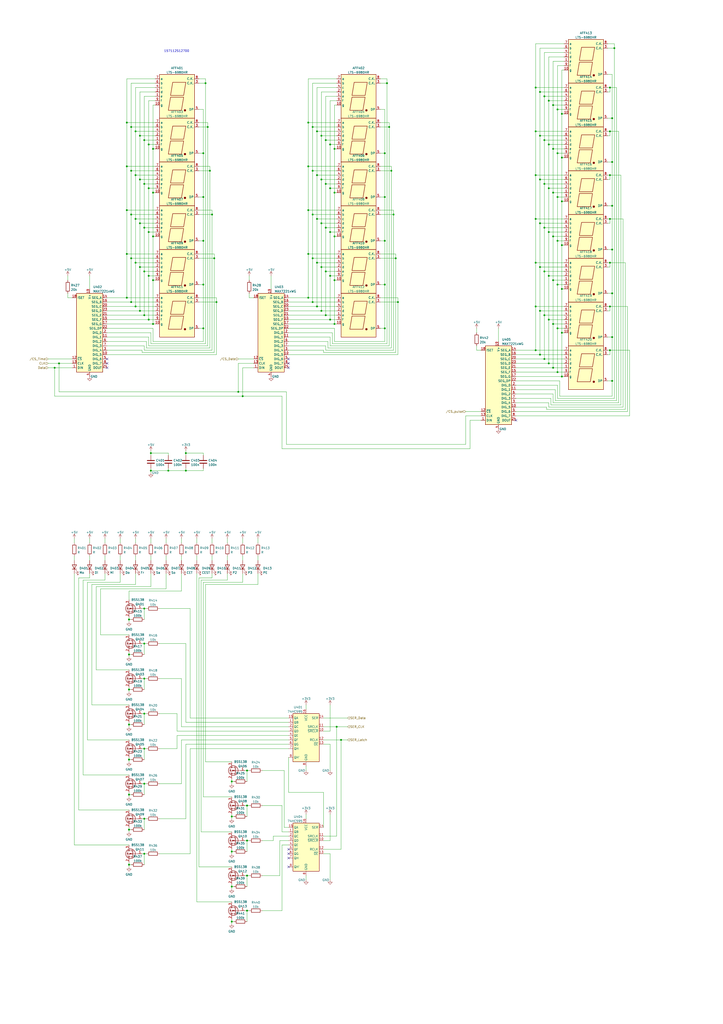
<source format=kicad_sch>
(kicad_sch (version 20211123) (generator eeschema)
  (paper "A2" portrait)
  (junction (at 184.15 101.6))
  (junction (at 76.2 124.46))
  (junction (at 194.31 187.96))
  (junction (at 86.36 160.02))
  (junction (at 194.31 162.56))
  (junction (at 323.85 88.9))
  (junction (at 189.23 182.88))
  (junction (at 313.69 205.74))
  (junction (at 140.97 229.87))
  (junction (at 198.12 429.26))
  (junction (at 231.14 175.26))
  (junction (at 78.74 152.4))
  (junction (at 326.39 91.44))
  (junction (at 313.69 180.34))
  (junction (at 31.75 213.36))
  (junction (at 81.28 180.34))
  (junction (at 186.69 104.14))
  (junction (at 191.77 83.82))
  (junction (at 223.52 88.9))
  (junction (at 194.31 86.36))
  (junction (at 179.07 96.52))
  (junction (at 119.38 48.26))
  (junction (at 76.2 99.06))
  (junction (at 323.85 190.5))
  (junction (at 184.15 76.2))
  (junction (at 74.93 501.65))
  (junction (at 311.15 50.8))
  (junction (at 311.15 177.8))
  (junction (at 326.39 167.64))
  (junction (at 321.31 187.96))
  (junction (at 223.52 114.3))
  (junction (at 143.51 528.32))
  (junction (at 143.51 467.36))
  (junction (at 323.85 63.5))
  (junction (at 223.52 165.1))
  (junction (at 321.31 60.96))
  (junction (at 83.82 454.66))
  (junction (at 186.69 154.94))
  (junction (at 74.93 481.33))
  (junction (at 354.33 177.8))
  (junction (at 134.62 494.03))
  (junction (at 181.61 175.26))
  (junction (at 81.28 154.94))
  (junction (at 83.82 81.28))
  (junction (at 86.36 185.42))
  (junction (at 134.62 453.39))
  (junction (at 191.77 109.22))
  (junction (at 318.77 185.42))
  (junction (at 313.69 154.94))
  (junction (at 189.23 81.28))
  (junction (at 311.15 203.2))
  (junction (at 83.82 132.08))
  (junction (at 107.95 262.89))
  (junction (at 179.07 172.72))
  (junction (at 83.82 495.3))
  (junction (at 74.93 420.37))
  (junction (at 326.39 66.04))
  (junction (at 74.93 359.41))
  (junction (at 355.6 68.58))
  (junction (at 83.82 393.7))
  (junction (at 227.33 99.06))
  (junction (at 83.82 373.38))
  (junction (at 311.15 76.2))
  (junction (at 86.36 83.82))
  (junction (at 118.11 114.3))
  (junction (at 313.69 129.54))
  (junction (at 318.77 134.62))
  (junction (at 134.62 473.71))
  (junction (at 224.79 48.26))
  (junction (at 321.31 86.36))
  (junction (at 88.9 137.16))
  (junction (at 118.11 139.7))
  (junction (at 189.23 106.68))
  (junction (at 123.19 124.46))
  (junction (at 318.77 109.22))
  (junction (at 354.33 152.4))
  (junction (at 87.63 262.89))
  (junction (at 83.82 474.98))
  (junction (at 97.79 273.05))
  (junction (at 34.29 210.82))
  (junction (at 83.82 434.34))
  (junction (at 76.2 175.26))
  (junction (at 74.93 461.01))
  (junction (at 143.51 508))
  (junction (at 107.95 273.05))
  (junction (at 194.31 111.76))
  (junction (at 186.69 180.34))
  (junction (at 228.6 124.46))
  (junction (at 86.36 134.62))
  (junction (at 191.77 134.62))
  (junction (at 76.2 149.86))
  (junction (at 83.82 353.06))
  (junction (at 318.77 83.82))
  (junction (at 118.11 190.5))
  (junction (at 316.23 208.28))
  (junction (at 355.6 170.18))
  (junction (at 355.6 220.98))
  (junction (at 73.66 96.52))
  (junction (at 229.87 149.86))
  (junction (at 184.15 152.4))
  (junction (at 318.77 58.42))
  (junction (at 81.28 129.54))
  (junction (at 88.9 162.56))
  (junction (at 88.9 187.96))
  (junction (at 326.39 116.84))
  (junction (at 313.69 78.74))
  (junction (at 354.33 101.6))
  (junction (at 316.23 55.88))
  (junction (at 87.63 273.05))
  (junction (at 318.77 210.82))
  (junction (at 134.62 514.35))
  (junction (at 83.82 182.88))
  (junction (at 78.74 127))
  (junction (at 318.77 160.02))
  (junction (at 118.11 88.9))
  (junction (at 78.74 101.6))
  (junction (at 354.33 203.2))
  (junction (at 313.69 104.14))
  (junction (at 186.69 78.74))
  (junction (at 355.6 144.78))
  (junction (at 195.58 421.64))
  (junction (at 186.69 129.54))
  (junction (at 125.73 175.26))
  (junction (at 189.23 157.48))
  (junction (at 74.93 379.73))
  (junction (at 356.87 27.94))
  (junction (at 326.39 218.44))
  (junction (at 311.15 101.6))
  (junction (at 354.33 127))
  (junction (at 316.23 182.88))
  (junction (at 81.28 104.14))
  (junction (at 354.33 50.8))
  (junction (at 118.11 165.1))
  (junction (at 355.6 93.98))
  (junction (at 223.52 139.7))
  (junction (at 83.82 106.68))
  (junction (at 323.85 139.7))
  (junction (at 124.46 149.86))
  (junction (at 74.93 400.05))
  (junction (at 311.15 127))
  (junction (at 121.92 99.06))
  (junction (at 78.74 177.8))
  (junction (at 191.77 185.42))
  (junction (at 83.82 157.48))
  (junction (at 73.66 147.32))
  (junction (at 316.23 106.68))
  (junction (at 88.9 86.36))
  (junction (at 83.82 414.02))
  (junction (at 326.39 142.24))
  (junction (at 181.61 99.06))
  (junction (at 226.06 73.66))
  (junction (at 321.31 111.76))
  (junction (at 181.61 149.86))
  (junction (at 73.66 172.72))
  (junction (at 81.28 78.74))
  (junction (at 181.61 124.46))
  (junction (at 189.23 132.08))
  (junction (at 354.33 76.2))
  (junction (at 355.6 195.58))
  (junction (at 323.85 215.9))
  (junction (at 181.61 73.66))
  (junction (at 184.15 127))
  (junction (at 179.07 147.32))
  (junction (at 316.23 157.48))
  (junction (at 184.15 177.8))
  (junction (at 179.07 121.92))
  (junction (at 321.31 162.56))
  (junction (at 138.43 227.33))
  (junction (at 313.69 53.34))
  (junction (at 326.39 193.04))
  (junction (at 323.85 165.1))
  (junction (at 191.77 160.02))
  (junction (at 143.51 487.68))
  (junction (at 76.2 73.66))
  (junction (at 223.52 190.5))
  (junction (at 194.31 137.16))
  (junction (at 73.66 121.92))
  (junction (at 321.31 137.16))
  (junction (at 355.6 119.38))
  (junction (at 316.23 132.08))
  (junction (at 143.51 447.04))
  (junction (at 311.15 152.4))
  (junction (at 120.65 73.66))
  (junction (at 321.31 213.36))
  (junction (at 74.93 440.69))
  (junction (at 86.36 109.22))
  (junction (at 78.74 76.2))
  (junction (at 323.85 114.3))
  (junction (at 88.9 111.76))
  (junction (at 73.66 71.12))
  (junction (at 179.07 71.12))
  (junction (at 134.62 534.67))
  (junction (at 316.23 81.28))
  (no_connect (at 167.64 502.92))
  (no_connect (at 167.64 497.84))
  (no_connect (at 167.64 495.3))
  (no_connect (at 167.64 492.76))
  (no_connect (at 167.64 208.28))
  (no_connect (at 167.64 210.82))
  (no_connect (at 167.64 213.36))
  (no_connect (at 62.23 208.28))
  (no_connect (at 62.23 210.82))
  (no_connect (at 62.23 213.36))
  (no_connect (at 299.72 243.84))
  (wire (pts (xy 83.82 373.38) (xy 82.55 373.38)))
  (wire (pts (xy 87.63 340.36) (xy 87.63 332.74)))
  (wire (pts (xy 313.69 78.74) (xy 313.69 53.34)))
  (wire (pts (xy 321.31 86.36) (xy 327.66 86.36)))
  (wire (pts (xy 143.51 528.32) (xy 143.51 534.67)))
  (wire (pts (xy 323.85 114.3) (xy 323.85 139.7)))
  (wire (pts (xy 322.58 226.06) (xy 322.58 232.41)))
  (wire (pts (xy 220.98 73.66) (xy 226.06 73.66)))
  (wire (pts (xy 105.41 454.66) (xy 92.71 454.66)))
  (wire (pts (xy 85.09 393.7) (xy 83.82 393.7)))
  (wire (pts (xy 62.23 200.66) (xy 83.82 200.66)))
  (wire (pts (xy 181.61 73.66) (xy 181.61 99.06)))
  (wire (pts (xy 323.85 139.7) (xy 323.85 165.1)))
  (wire (pts (xy 358.14 232.41) (xy 358.14 50.8)))
  (wire (pts (xy 327.66 215.9) (xy 323.85 215.9)))
  (wire (pts (xy 318.77 160.02) (xy 318.77 134.62)))
  (wire (pts (xy 119.38 199.39) (xy 119.38 48.26)))
  (wire (pts (xy 83.82 495.3) (xy 83.82 501.65)))
  (wire (pts (xy 81.28 180.34) (xy 81.28 154.94)))
  (wire (pts (xy 39.37 170.18) (xy 39.37 172.72)))
  (wire (pts (xy 184.15 127) (xy 195.58 127)))
  (wire (pts (xy 191.77 58.42) (xy 195.58 58.42)))
  (wire (pts (xy 83.82 106.68) (xy 90.17 106.68)))
  (wire (pts (xy 194.31 162.56) (xy 194.31 187.96)))
  (wire (pts (xy 90.17 182.88) (xy 83.82 182.88)))
  (wire (pts (xy 316.23 81.28) (xy 316.23 106.68)))
  (wire (pts (xy 52.07 322.58) (xy 52.07 325.12)))
  (wire (pts (xy 163.83 260.35) (xy 273.05 260.35)))
  (wire (pts (xy 167.64 205.74) (xy 231.14 205.74)))
  (wire (pts (xy 74.93 440.69) (xy 76.2 440.69)))
  (wire (pts (xy 134.62 472.44) (xy 134.62 473.71)))
  (wire (pts (xy 167.64 426.72) (xy 102.87 426.72)))
  (wire (pts (xy 167.64 175.26) (xy 181.61 175.26)))
  (wire (pts (xy 115.57 147.32) (xy 124.46 147.32)))
  (wire (pts (xy 325.12 220.98) (xy 325.12 229.87)))
  (wire (pts (xy 143.51 487.68) (xy 143.51 494.03)))
  (wire (pts (xy 318.77 160.02) (xy 327.66 160.02)))
  (wire (pts (xy 88.9 198.12) (xy 118.11 198.12)))
  (wire (pts (xy 62.23 182.88) (xy 83.82 182.88)))
  (wire (pts (xy 132.08 322.58) (xy 132.08 325.12)))
  (wire (pts (xy 50.8 337.82) (xy 69.85 337.82)))
  (wire (pts (xy 190.5 198.12) (xy 190.5 201.93)))
  (wire (pts (xy 83.82 353.06) (xy 83.82 359.41)))
  (wire (pts (xy 191.77 160.02) (xy 195.58 160.02)))
  (wire (pts (xy 134.62 492.76) (xy 134.62 494.03)))
  (wire (pts (xy 179.07 121.92) (xy 195.58 121.92)))
  (wire (pts (xy 186.69 129.54) (xy 186.69 104.14)))
  (wire (pts (xy 107.95 262.89) (xy 118.11 262.89)))
  (wire (pts (xy 118.11 462.28) (xy 134.62 462.28)))
  (wire (pts (xy 107.95 474.98) (xy 92.71 474.98)))
  (wire (pts (xy 321.31 60.96) (xy 327.66 60.96)))
  (wire (pts (xy 105.41 429.26) (xy 105.41 454.66)))
  (wire (pts (xy 323.85 88.9) (xy 323.85 63.5)))
  (wire (pts (xy 194.31 111.76) (xy 195.58 111.76)))
  (wire (pts (xy 181.61 73.66) (xy 195.58 73.66)))
  (wire (pts (xy 195.58 185.42) (xy 191.77 185.42)))
  (wire (pts (xy 107.95 273.05) (xy 107.95 271.78)))
  (wire (pts (xy 162.56 508) (xy 152.4 508)))
  (wire (pts (xy 144.78 508) (xy 143.51 508)))
  (wire (pts (xy 62.23 203.2) (xy 82.55 203.2)))
  (wire (pts (xy 184.15 152.4) (xy 184.15 177.8)))
  (wire (pts (xy 363.22 237.49) (xy 363.22 152.4)))
  (wire (pts (xy 149.86 322.58) (xy 149.86 325.12)))
  (wire (pts (xy 363.22 152.4) (xy 354.33 152.4)))
  (wire (pts (xy 228.6 121.92) (xy 228.6 124.46)))
  (wire (pts (xy 167.64 431.8) (xy 107.95 431.8)))
  (wire (pts (xy 140.97 322.58) (xy 140.97 325.12)))
  (wire (pts (xy 318.77 109.22) (xy 327.66 109.22)))
  (wire (pts (xy 220.98 190.5) (xy 223.52 190.5)))
  (wire (pts (xy 353.06 195.58) (xy 355.6 195.58)))
  (wire (pts (xy 191.77 83.82) (xy 191.77 109.22)))
  (wire (pts (xy 323.85 63.5) (xy 327.66 63.5)))
  (wire (pts (xy 184.15 177.8) (xy 195.58 177.8)))
  (wire (pts (xy 270.51 257.81) (xy 270.51 241.3)))
  (wire (pts (xy 86.36 83.82) (xy 86.36 109.22)))
  (wire (pts (xy 78.74 127) (xy 90.17 127)))
  (wire (pts (xy 323.85 38.1) (xy 327.66 38.1)))
  (wire (pts (xy 189.23 55.88) (xy 195.58 55.88)))
  (wire (pts (xy 311.15 76.2) (xy 311.15 101.6)))
  (wire (pts (xy 311.15 152.4) (xy 327.66 152.4)))
  (wire (pts (xy 83.82 157.48) (xy 83.82 132.08)))
  (wire (pts (xy 323.85 223.52) (xy 299.72 223.52)))
  (wire (pts (xy 179.07 96.52) (xy 195.58 96.52)))
  (wire (pts (xy 179.07 172.72) (xy 195.58 172.72)))
  (wire (pts (xy 43.18 312.42) (xy 43.18 314.96)))
  (wire (pts (xy 327.66 81.28) (xy 316.23 81.28)))
  (wire (pts (xy 87.63 193.04) (xy 87.63 199.39)))
  (wire (pts (xy 34.29 227.33) (xy 138.43 227.33)))
  (wire (pts (xy 322.58 232.41) (xy 358.14 232.41)))
  (wire (pts (xy 299.72 210.82) (xy 318.77 210.82)))
  (wire (pts (xy 124.46 149.86) (xy 115.57 149.86)))
  (wire (pts (xy 359.41 76.2) (xy 359.41 233.68)))
  (wire (pts (xy 318.77 185.42) (xy 327.66 185.42)))
  (wire (pts (xy 125.73 175.26) (xy 125.73 172.72)))
  (wire (pts (xy 167.64 193.04) (xy 193.04 193.04)))
  (wire (pts (xy 76.2 149.86) (xy 76.2 175.26)))
  (wire (pts (xy 184.15 101.6) (xy 184.15 127)))
  (wire (pts (xy 321.31 86.36) (xy 321.31 60.96)))
  (wire (pts (xy 318.77 236.22) (xy 361.95 236.22)))
  (wire (pts (xy 231.14 175.26) (xy 231.14 172.72)))
  (wire (pts (xy 316.23 157.48) (xy 316.23 182.88)))
  (wire (pts (xy 167.64 424.18) (xy 102.87 424.18)))
  (wire (pts (xy 353.06 119.38) (xy 355.6 119.38)))
  (wire (pts (xy 195.58 60.96) (xy 194.31 60.96)))
  (wire (pts (xy 181.61 124.46) (xy 181.61 149.86)))
  (wire (pts (xy 321.31 213.36) (xy 321.31 187.96)))
  (wire (pts (xy 220.98 45.72) (xy 224.79 45.72)))
  (wire (pts (xy 193.04 199.39) (xy 224.79 199.39)))
  (wire (pts (xy 228.6 124.46) (xy 220.98 124.46)))
  (wire (pts (xy 74.93 400.05) (xy 74.93 401.32)))
  (wire (pts (xy 83.82 182.88) (xy 83.82 157.48)))
  (wire (pts (xy 311.15 177.8) (xy 311.15 203.2)))
  (wire (pts (xy 220.98 175.26) (xy 231.14 175.26)))
  (wire (pts (xy 81.28 154.94) (xy 81.28 129.54)))
  (wire (pts (xy 167.64 421.64) (xy 105.41 421.64)))
  (wire (pts (xy 158.75 487.68) (xy 152.4 487.68)))
  (wire (pts (xy 194.31 86.36) (xy 195.58 86.36)))
  (wire (pts (xy 167.64 439.42) (xy 167.64 459.74)))
  (wire (pts (xy 82.55 203.2) (xy 82.55 204.47)))
  (wire (pts (xy 320.04 231.14) (xy 320.04 234.95)))
  (wire (pts (xy 143.51 508) (xy 143.51 514.35)))
  (wire (pts (xy 62.23 198.12) (xy 85.09 198.12)))
  (wire (pts (xy 123.19 121.92) (xy 123.19 124.46)))
  (wire (pts (xy 186.69 154.94) (xy 195.58 154.94)))
  (wire (pts (xy 165.1 447.04) (xy 152.4 447.04)))
  (wire (pts (xy 299.72 241.3) (xy 365.76 241.3)))
  (wire (pts (xy 167.64 434.34) (xy 110.49 434.34)))
  (wire (pts (xy 62.23 190.5) (xy 88.9 190.5)))
  (wire (pts (xy 74.93 449.58) (xy 48.26 449.58)))
  (wire (pts (xy 76.2 99.06) (xy 76.2 124.46)))
  (wire (pts (xy 355.6 195.58) (xy 355.6 220.98)))
  (wire (pts (xy 326.39 167.64) (xy 326.39 193.04)))
  (wire (pts (xy 177.8 508) (xy 177.8 510.54)))
  (wire (pts (xy 78.74 101.6) (xy 78.74 127)))
  (wire (pts (xy 90.17 45.72) (xy 73.66 45.72)))
  (wire (pts (xy 73.66 121.92) (xy 90.17 121.92)))
  (wire (pts (xy 191.77 58.42) (xy 191.77 83.82)))
  (wire (pts (xy 355.6 220.98) (xy 355.6 229.87)))
  (wire (pts (xy 158.75 485.14) (xy 158.75 487.68)))
  (wire (pts (xy 326.39 142.24) (xy 327.66 142.24)))
  (wire (pts (xy 48.26 449.58) (xy 48.26 336.55)))
  (wire (pts (xy 177.8 444.5) (xy 177.8 447.04)))
  (wire (pts (xy 125.73 172.72) (xy 115.57 172.72)))
  (wire (pts (xy 60.96 312.42) (xy 60.96 314.96)))
  (wire (pts (xy 353.06 129.54) (xy 354.33 129.54)))
  (wire (pts (xy 83.82 132.08) (xy 90.17 132.08)))
  (wire (pts (xy 194.31 60.96) (xy 194.31 86.36)))
  (wire (pts (xy 74.93 368.3) (xy 58.42 368.3)))
  (wire (pts (xy 86.36 200.66) (xy 120.65 200.66)))
  (wire (pts (xy 73.66 71.12) (xy 73.66 96.52)))
  (wire (pts (xy 88.9 111.76) (xy 88.9 137.16)))
  (wire (pts (xy 74.93 358.14) (xy 74.93 359.41)))
  (wire (pts (xy 355.6 119.38) (xy 355.6 144.78)))
  (wire (pts (xy 167.64 482.6) (xy 163.83 482.6)))
  (wire (pts (xy 115.57 190.5) (xy 118.11 190.5)))
  (wire (pts (xy 74.93 359.41) (xy 74.93 360.68)))
  (wire (pts (xy 90.17 48.26) (xy 76.2 48.26)))
  (wire (pts (xy 355.6 170.18) (xy 355.6 195.58)))
  (wire (pts (xy 327.66 78.74) (xy 313.69 78.74)))
  (wire (pts (xy 186.69 53.34) (xy 195.58 53.34)))
  (wire (pts (xy 353.06 78.74) (xy 354.33 78.74)))
  (wire (pts (xy 186.69 78.74) (xy 186.69 53.34)))
  (wire (pts (xy 323.85 231.14) (xy 323.85 223.52)))
  (wire (pts (xy 107.95 373.38) (xy 92.71 373.38)))
  (wire (pts (xy 45.72 335.28) (xy 52.07 335.28)))
  (wire (pts (xy 85.09 353.06) (xy 83.82 353.06)))
  (wire (pts (xy 74.93 347.98) (xy 74.93 342.9)))
  (wire (pts (xy 320.04 234.95) (xy 360.68 234.95)))
  (wire (pts (xy 195.58 50.8) (xy 184.15 50.8)))
  (wire (pts (xy 74.93 429.26) (xy 50.8 429.26)))
  (wire (pts (xy 97.79 262.89) (xy 97.79 264.16)))
  (wire (pts (xy 231.14 205.74) (xy 231.14 175.26)))
  (wire (pts (xy 224.79 45.72) (xy 224.79 48.26)))
  (wire (pts (xy 184.15 127) (xy 184.15 152.4)))
  (wire (pts (xy 167.64 480.06) (xy 165.1 480.06)))
  (wire (pts (xy 118.11 262.89) (xy 118.11 264.16)))
  (wire (pts (xy 144.78 170.18) (xy 144.78 172.72)))
  (wire (pts (xy 157.48 160.02) (xy 157.48 167.64)))
  (wire (pts (xy 311.15 25.4) (xy 327.66 25.4)))
  (wire (pts (xy 313.69 205.74) (xy 327.66 205.74)))
  (wire (pts (xy 223.52 139.7) (xy 223.52 114.3)))
  (wire (pts (xy 273.05 260.35) (xy 273.05 243.84)))
  (wire (pts (xy 299.72 236.22) (xy 317.5 236.22)))
  (wire (pts (xy 76.2 99.06) (xy 90.17 99.06)))
  (wire (pts (xy 353.06 180.34) (xy 354.33 180.34)))
  (wire (pts (xy 354.33 104.14) (xy 354.33 101.6)))
  (wire (pts (xy 289.56 190.5) (xy 289.56 198.12)))
  (wire (pts (xy 323.85 88.9) (xy 327.66 88.9)))
  (wire (pts (xy 74.93 440.69) (xy 74.93 441.96)))
  (wire (pts (xy 184.15 101.6) (xy 195.58 101.6)))
  (wire (pts (xy 299.72 218.44) (xy 326.39 218.44)))
  (wire (pts (xy 223.52 63.5) (xy 220.98 63.5)))
  (wire (pts (xy 327.66 213.36) (xy 321.31 213.36)))
  (wire (pts (xy 115.57 73.66) (xy 120.65 73.66)))
  (wire (pts (xy 83.82 81.28) (xy 90.17 81.28)))
  (wire (pts (xy 110.49 495.3) (xy 92.71 495.3)))
  (wire (pts (xy 115.57 502.92) (xy 134.62 502.92)))
  (wire (pts (xy 96.52 341.63) (xy 96.52 332.74)))
  (wire (pts (xy 186.69 129.54) (xy 195.58 129.54)))
  (wire (pts (xy 110.49 416.56) (xy 110.49 353.06)))
  (wire (pts (xy 73.66 96.52) (xy 90.17 96.52)))
  (wire (pts (xy 86.36 134.62) (xy 86.36 160.02)))
  (wire (pts (xy 85.09 434.34) (xy 83.82 434.34)))
  (wire (pts (xy 201.93 429.26) (xy 198.12 429.26)))
  (wire (pts (xy 187.96 424.18) (xy 191.77 424.18)))
  (wire (pts (xy 62.23 177.8) (xy 78.74 177.8)))
  (wire (pts (xy 86.36 160.02) (xy 86.36 185.42)))
  (wire (pts (xy 85.09 474.98) (xy 83.82 474.98)))
  (wire (pts (xy 144.78 528.32) (xy 143.51 528.32)))
  (wire (pts (xy 313.69 104.14) (xy 327.66 104.14)))
  (wire (pts (xy 179.07 147.32) (xy 195.58 147.32)))
  (wire (pts (xy 143.51 528.32) (xy 142.24 528.32)))
  (wire (pts (xy 226.06 73.66) (xy 226.06 71.12)))
  (wire (pts (xy 223.52 165.1) (xy 223.52 139.7)))
  (wire (pts (xy 83.82 373.38) (xy 83.82 379.73)))
  (wire (pts (xy 365.76 241.3) (xy 365.76 203.2)))
  (wire (pts (xy 355.6 93.98) (xy 353.06 93.98)))
  (wire (pts (xy 167.64 459.74) (xy 187.96 459.74)))
  (wire (pts (xy 189.23 106.68) (xy 189.23 81.28)))
  (wire (pts (xy 83.82 106.68) (xy 83.82 81.28)))
  (wire (pts (xy 123.19 335.28) (xy 115.57 335.28)))
  (wire (pts (xy 134.62 534.67) (xy 134.62 535.94)))
  (wire (pts (xy 134.62 513.08) (xy 134.62 514.35)))
  (wire (pts (xy 31.75 213.36) (xy 31.75 229.87)))
  (wire (pts (xy 78.74 339.09) (xy 78.74 332.74)))
  (wire (pts (xy 83.82 454.66) (xy 83.82 461.01)))
  (wire (pts (xy 311.15 177.8) (xy 327.66 177.8)))
  (wire (pts (xy 189.23 106.68) (xy 195.58 106.68)))
  (wire (pts (xy 74.93 342.9) (xy 105.41 342.9)))
  (wire (pts (xy 326.39 116.84) (xy 327.66 116.84)))
  (wire (pts (xy 276.86 200.66) (xy 276.86 203.2)))
  (wire (pts (xy 321.31 35.56) (xy 327.66 35.56)))
  (wire (pts (xy 326.39 66.04) (xy 327.66 66.04)))
  (wire (pts (xy 134.62 452.12) (xy 134.62 453.39)))
  (wire (pts (xy 149.86 339.09) (xy 149.86 332.74)))
  (wire (pts (xy 78.74 312.42) (xy 78.74 314.96)))
  (wire (pts (xy 114.3 332.74) (xy 114.3 523.24)))
  (wire (pts (xy 62.23 193.04) (xy 87.63 193.04)))
  (wire (pts (xy 27.94 210.82) (xy 34.29 210.82)))
  (wire (pts (xy 318.77 83.82) (xy 318.77 58.42)))
  (wire (pts (xy 74.93 501.65) (xy 74.93 502.92)))
  (wire (pts (xy 299.72 203.2) (xy 311.15 203.2)))
  (wire (pts (xy 181.61 149.86) (xy 195.58 149.86)))
  (wire (pts (xy 87.63 312.42) (xy 87.63 314.96)))
  (wire (pts (xy 73.66 45.72) (xy 73.66 71.12)))
  (wire (pts (xy 92.71 353.06) (xy 110.49 353.06)))
  (wire (pts (xy 195.58 421.64) (xy 195.58 485.14)))
  (wire (pts (xy 81.28 104.14) (xy 81.28 78.74)))
  (wire (pts (xy 191.77 160.02) (xy 191.77 185.42)))
  (wire (pts (xy 327.66 91.44) (xy 326.39 91.44)))
  (wire (pts (xy 88.9 190.5) (xy 88.9 198.12)))
  (wire (pts (xy 318.77 233.68) (xy 318.77 236.22)))
  (wire (pts (xy 224.79 48.26) (xy 220.98 48.26)))
  (wire (pts (xy 273.05 243.84) (xy 279.4 243.84)))
  (wire (pts (xy 327.66 218.44) (xy 326.39 218.44)))
  (wire (pts (xy 85.09 454.66) (xy 83.82 454.66)))
  (wire (pts (xy 276.86 203.2) (xy 279.4 203.2)))
  (wire (pts (xy 191.77 109.22) (xy 191.77 134.62)))
  (wire (pts (xy 134.62 514.35) (xy 134.62 515.62)))
  (wire (pts (xy 74.93 469.9) (xy 45.72 469.9)))
  (wire (pts (xy 311.15 101.6) (xy 311.15 127)))
  (wire (pts (xy 321.31 187.96) (xy 321.31 162.56)))
  (wire (pts (xy 358.14 50.8) (xy 354.33 50.8)))
  (wire (pts (xy 74.93 388.62) (xy 55.88 388.62)))
  (wire (pts (xy 326.39 66.04) (xy 326.39 40.64)))
  (wire (pts (xy 105.41 322.58) (xy 105.41 325.12)))
  (wire (pts (xy 191.77 134.62) (xy 191.77 160.02)))
  (wire (pts (xy 85.09 373.38) (xy 83.82 373.38)))
  (wire (pts (xy 321.31 111.76) (xy 327.66 111.76)))
  (wire (pts (xy 90.17 50.8) (xy 78.74 50.8)))
  (wire (pts (xy 166.37 257.81) (xy 270.51 257.81)))
  (wire (pts (xy 83.82 55.88) (xy 90.17 55.88)))
  (wire (pts (xy 115.57 114.3) (xy 118.11 114.3)))
  (wire (pts (xy 186.69 180.34) (xy 186.69 154.94)))
  (wire (pts (xy 87.63 199.39) (xy 119.38 199.39)))
  (wire (pts (xy 74.93 461.01) (xy 76.2 461.01)))
  (wire (pts (xy 354.33 152.4) (xy 353.06 152.4)))
  (wire (pts (xy 316.23 106.68) (xy 316.23 132.08)))
  (wire (pts (xy 143.51 447.04) (xy 143.51 453.39)))
  (wire (pts (xy 321.31 233.68) (xy 359.41 233.68)))
  (wire (pts (xy 316.23 157.48) (xy 327.66 157.48)))
  (wire (pts (xy 88.9 86.36) (xy 88.9 111.76)))
  (wire (pts (xy 311.15 50.8) (xy 311.15 25.4)))
  (wire (pts (xy 189.23 182.88) (xy 189.23 157.48)))
  (wire (pts (xy 81.28 53.34) (xy 90.17 53.34)))
  (wire (pts (xy 120.65 71.12) (xy 115.57 71.12)))
  (wire (pts (xy 321.31 111.76) (xy 321.31 86.36)))
  (wire (pts (xy 96.52 322.58) (xy 96.52 325.12)))
  (wire (pts (xy 179.07 96.52) (xy 179.07 121.92)))
  (wire (pts (xy 88.9 162.56) (xy 88.9 187.96)))
  (wire (pts (xy 118.11 198.12) (xy 118.11 190.5)))
  (wire (pts (xy 201.93 421.64) (xy 195.58 421.64)))
  (wire (pts (xy 220.98 121.92) (xy 228.6 121.92)))
  (wire (pts (xy 354.33 76.2) (xy 359.41 76.2)))
  (wire (pts (xy 167.64 172.72) (xy 179.07 172.72)))
  (wire (pts (xy 353.06 205.74) (xy 354.33 205.74)))
  (wire (pts (xy 102.87 414.02) (xy 92.71 414.02)))
  (wire (pts (xy 353.06 76.2) (xy 354.33 76.2)))
  (wire (pts (xy 163.83 482.6) (xy 163.83 467.36)))
  (wire (pts (xy 194.31 198.12) (xy 223.52 198.12)))
  (wire (pts (xy 354.33 129.54) (xy 354.33 127)))
  (wire (pts (xy 177.8 408.94) (xy 177.8 411.48)))
  (wire (pts (xy 50.8 429.26) (xy 50.8 337.82)))
  (wire (pts (xy 226.06 200.66) (xy 226.06 73.66)))
  (wire (pts (xy 53.34 408.94) (xy 53.34 339.09)))
  (wire (pts (xy 327.66 76.2) (xy 311.15 76.2)))
  (wire (pts (xy 74.93 359.41) (xy 76.2 359.41)))
  (wire (pts (xy 321.31 60.96) (xy 321.31 35.56)))
  (wire (pts (xy 354.33 203.2) (xy 353.06 203.2)))
  (wire (pts (xy 321.31 233.68) (xy 321.31 228.6)))
  (wire (pts (xy 119.38 45.72) (xy 119.38 48.26)))
  (wire (pts (xy 313.69 53.34) (xy 327.66 53.34)))
  (wire (pts (xy 270.51 238.76) (xy 279.4 238.76)))
  (wire (pts (xy 110.49 434.34) (xy 110.49 495.3)))
  (wire (pts (xy 86.36 160.02) (xy 90.17 160.02)))
  (wire (pts (xy 74.93 461.01) (xy 74.93 462.28)))
  (wire (pts (xy 118.11 337.82) (xy 118.11 462.28)))
  (wire (pts (xy 83.82 200.66) (xy 83.82 203.2)))
  (wire (pts (xy 90.17 60.96) (xy 88.9 60.96)))
  (wire (pts (xy 78.74 50.8) (xy 78.74 76.2)))
  (wire (pts (xy 323.85 165.1) (xy 323.85 190.5)))
  (wire (pts (xy 92.71 393.7) (xy 105.41 393.7)))
  (wire (pts (xy 167.64 203.2) (xy 187.96 203.2)))
  (wire (pts (xy 134.62 473.71) (xy 135.89 473.71)))
  (wire (pts (xy 58.42 368.3) (xy 58.42 341.63)))
  (wire (pts (xy 316.23 132.08) (xy 316.23 157.48)))
  (wire (pts (xy 313.69 129.54) (xy 327.66 129.54)))
  (wire (pts (xy 86.36 109.22) (xy 90.17 109.22)))
  (wire (pts (xy 60.96 322.58) (xy 60.96 325.12)))
  (wire (pts (xy 326.39 193.04) (xy 327.66 193.04)))
  (wire (pts (xy 52.07 335.28) (xy 52.07 332.74)))
  (wire (pts (xy 74.93 379.73) (xy 76.2 379.73)))
  (wire (pts (xy 321.31 187.96) (xy 327.66 187.96)))
  (wire (pts (xy 143.51 467.36) (xy 142.24 467.36)))
  (wire (pts (xy 53.34 339.09) (xy 78.74 339.09)))
  (wire (pts (xy 62.23 185.42) (xy 86.36 185.42)))
  (wire (pts (xy 223.52 198.12) (xy 223.52 190.5)))
  (wire (pts (xy 143.51 467.36) (xy 143.51 473.71)))
  (wire (pts (xy 121.92 96.52) (xy 121.92 99.06)))
  (wire (pts (xy 167.64 177.8) (xy 184.15 177.8)))
  (wire (pts (xy 118.11 190.5) (xy 118.11 165.1)))
  (wire (pts (xy 140.97 229.87) (xy 140.97 213.36)))
  (wire (pts (xy 318.77 185.42) (xy 318.77 160.02)))
  (wire (pts (xy 354.33 101.6) (xy 353.06 101.6)))
  (wire (pts (xy 361.95 127) (xy 354.33 127)))
  (wire (pts (xy 198.12 429.26) (xy 187.96 429.26)))
  (wire (pts (xy 311.15 101.6) (xy 327.66 101.6)))
  (wire (pts (xy 353.06 220.98) (xy 355.6 220.98)))
  (wire (pts (xy 118.11 88.9) (xy 118.11 63.5)))
  (wire (pts (xy 167.64 485.14) (xy 158.75 485.14)))
  (wire (pts (xy 299.72 220.98) (xy 325.12 220.98)))
  (wire (pts (xy 87.63 271.78) (xy 87.63 273.05)))
  (wire (pts (xy 187.96 204.47) (xy 229.87 204.47)))
  (wire (pts (xy 85.09 414.02) (xy 83.82 414.02)))
  (wire (pts (xy 323.85 165.1) (xy 327.66 165.1)))
  (wire (pts (xy 118.11 165.1) (xy 118.11 139.7)))
  (wire (pts (xy 318.77 109.22) (xy 318.77 83.82)))
  (wire (pts (xy 144.78 467.36) (xy 143.51 467.36)))
  (wire (pts (xy 220.98 88.9) (xy 223.52 88.9)))
  (wire (pts (xy 134.62 453.39) (xy 135.89 453.39)))
  (wire (pts (xy 118.11 114.3) (xy 118.11 88.9)))
  (wire (pts (xy 167.64 180.34) (xy 186.69 180.34)))
  (wire (pts (xy 115.57 121.92) (xy 123.19 121.92)))
  (wire (pts (xy 181.61 175.26) (xy 195.58 175.26)))
  (wire (pts (xy 167.64 185.42) (xy 191.77 185.42)))
  (wire (pts (xy 311.15 127) (xy 327.66 127)))
  (wire (pts (xy 179.07 71.12) (xy 179.07 96.52)))
  (wire (pts (xy 140.97 213.36) (xy 147.32 213.36)))
  (wire (pts (xy 195.58 45.72) (xy 179.07 45.72)))
  (wire (pts (xy 39.37 160.02) (xy 39.37 162.56)))
  (wire (pts (xy 134.62 441.96) (xy 119.38 441.96)))
  (wire (pts (xy 323.85 190.5) (xy 323.85 215.9)))
  (wire (pts (xy 123.19 332.74) (xy 123.19 335.28)))
  (wire (pts (xy 62.23 195.58) (xy 86.36 195.58)))
  (wire (pts (xy 326.39 91.44) (xy 326.39 66.04)))
  (wire (pts (xy 116.84 482.6) (xy 116.84 336.55)))
  (wire (pts (xy 81.28 78.74) (xy 90.17 78.74)))
  (wire (pts (xy 353.06 104.14) (xy 354.33 104.14)))
  (wire (pts (xy 163.83 467.36) (xy 152.4 467.36)))
  (wire (pts (xy 186.69 154.94) (xy 186.69 129.54)))
  (wire (pts (xy 73.66 71.12) (xy 90.17 71.12)))
  (wire (pts (xy 83.82 454.66) (xy 82.55 454.66)))
  (wire (pts (xy 134.62 534.67) (xy 135.89 534.67)))
  (wire (pts (xy 83.82 132.08) (xy 83.82 106.68)))
  (wire (pts (xy 326.39 142.24) (xy 326.39 167.64)))
  (wire (pts (xy 74.93 439.42) (xy 74.93 440.69)))
  (wire (pts (xy 163.83 490.22) (xy 163.83 528.32)))
  (wire (pts (xy 43.18 322.58) (xy 43.18 325.12)))
  (wire (pts (xy 138.43 208.28) (xy 147.32 208.28)))
  (wire (pts (xy 85.09 495.3) (xy 83.82 495.3)))
  (wire (pts (xy 140.97 337.82) (xy 118.11 337.82)))
  (wire (pts (xy 114.3 312.42) (xy 114.3 314.96)))
  (wire (pts (xy 76.2 124.46) (xy 76.2 149.86)))
  (wire (pts (xy 311.15 50.8) (xy 327.66 50.8)))
  (wire (pts (xy 190.5 201.93) (xy 227.33 201.93)))
  (wire (pts (xy 162.56 487.68) (xy 162.56 508)))
  (wire (pts (xy 191.77 424.18) (xy 191.77 408.94)))
  (wire (pts (xy 74.93 480.06) (xy 74.93 481.33)))
  (wire (pts (xy 62.23 205.74) (xy 125.73 205.74)))
  (wire (pts (xy 191.77 134.62) (xy 195.58 134.62)))
  (wire (pts (xy 316.23 81.28) (xy 316.23 55.88)))
  (wire (pts (xy 353.06 25.4) (xy 356.87 25.4)))
  (wire (pts (xy 181.61 48.26) (xy 181.61 73.66)))
  (wire (pts (xy 187.96 459.74) (xy 187.96 480.06)))
  (wire (pts (xy 115.57 335.28) (xy 115.57 502.92)))
  (wire (pts (xy 318.77 210.82) (xy 318.77 185.42)))
  (wire (pts (xy 299.72 215.9) (xy 323.85 215.9)))
  (wire (pts (xy 134.62 473.71) (xy 134.62 474.98)))
  (wire (pts (xy 186.69 104.14) (xy 195.58 104.14)))
  (wire (pts (xy 299.72 238.76) (xy 364.49 238.76)))
  (wire (pts (xy 191.77 431.8) (xy 191.77 447.04)))
  (wire (pts (xy 165.1 480.06) (xy 165.1 447.04)))
  (wire (pts (xy 189.23 200.66) (xy 189.23 203.2)))
  (wire (pts (xy 354.33 180.34) (xy 354.33 177.8)))
  (wire (pts (xy 189.23 81.28) (xy 189.23 55.88)))
  (wire (pts (xy 115.57 175.26) (xy 125.73 175.26)))
  (wire (pts (xy 313.69 154.94) (xy 327.66 154.94)))
  (wire (pts (xy 78.74 152.4) (xy 78.74 177.8)))
  (wire (pts (xy 118.11 139.7) (xy 118.11 114.3)))
  (wire (pts (xy 186.69 78.74) (xy 195.58 78.74)))
  (wire (pts (xy 181.61 149.86) (xy 181.61 175.26)))
  (wire (pts (xy 123.19 124.46) (xy 115.57 124.46)))
  (wire (pts (xy 299.72 213.36) (xy 321.31 213.36)))
  (wire (pts (xy 326.39 116.84) (xy 326.39 142.24)))
  (wire (pts (xy 354.33 205.74) (xy 354.33 203.2)))
  (wire (pts (xy 140.97 229.87) (xy 163.83 229.87)))
  (wire (pts (xy 167.64 187.96) (xy 194.31 187.96)))
  (wire (pts (xy 318.77 33.02) (xy 327.66 33.02)))
  (wire (pts (xy 114.3 523.24) (xy 134.62 523.24)))
  (wire (pts (xy 179.07 121.92) (xy 179.07 147.32)))
  (wire (pts (xy 78.74 101.6) (xy 90.17 101.6)))
  (wire (pts (xy 78.74 177.8) (xy 90.17 177.8)))
  (wire (pts (xy 86.36 58.42) (xy 86.36 83.82)))
  (wire (pts (xy 83.82 495.3) (xy 82.55 495.3)))
  (wire (pts (xy 195.58 180.34) (xy 186.69 180.34)))
  (wire (pts (xy 90.17 187.96) (xy 88.9 187.96)))
  (wire (pts (xy 321.31 137.16) (xy 321.31 111.76)))
  (wire (pts (xy 318.77 134.62) (xy 318.77 109.22)))
  (wire (pts (xy 81.28 129.54) (xy 81.28 104.14)))
  (wire (pts (xy 270.51 241.3) (xy 279.4 241.3)))
  (wire (pts (xy 73.66 147.32) (xy 73.66 172.72)))
  (wire (pts (xy 316.23 30.48) (xy 327.66 30.48)))
  (wire (pts (xy 167.64 198.12) (xy 190.5 198.12)))
  (wire (pts (xy 189.23 157.48) (xy 195.58 157.48)))
  (wire (pts (xy 167.64 487.68) (xy 162.56 487.68)))
  (wire (pts (xy 227.33 99.06) (xy 220.98 99.06)))
  (wire (pts (xy 83.82 393.7) (xy 83.82 400.05)))
  (wire (pts (xy 83.82 353.06) (xy 82.55 353.06)))
  (wire (pts (xy 223.52 88.9) (xy 223.52 63.5)))
  (wire (pts (xy 184.15 50.8) (xy 184.15 76.2)))
  (wire (pts (xy 105.41 342.9) (xy 105.41 332.74)))
  (wire (pts (xy 353.06 170.18) (xy 355.6 170.18)))
  (wire (pts (xy 124.46 147.32) (xy 124.46 149.86)))
  (wire (pts (xy 58.42 341.63) (xy 96.52 341.63)))
  (wire (pts (xy 73.66 172.72) (xy 90.17 172.72)))
  (wire (pts (xy 318.77 58.42) (xy 327.66 58.42)))
  (wire (pts (xy 83.82 157.48) (xy 90.17 157.48)))
  (wire (pts (xy 316.23 132.08) (xy 327.66 132.08)))
  (wire (pts (xy 194.31 137.16) (xy 194.31 162.56)))
  (wire (pts (xy 87.63 273.05) (xy 87.63 274.32)))
  (wire (pts (xy 74.93 398.78) (xy 74.93 400.05)))
  (wire (pts (xy 195.58 421.64) (xy 187.96 421.64)))
  (wire (pts (xy 181.61 99.06) (xy 181.61 124.46)))
  (wire (pts (xy 83.82 81.28) (xy 83.82 55.88)))
  (wire (pts (xy 144.78 160.02) (xy 144.78 162.56)))
  (wire (pts (xy 31.75 229.87) (xy 140.97 229.87)))
  (wire (pts (xy 87.63 262.89) (xy 97.79 262.89)))
  (wire (pts (xy 76.2 73.66) (xy 76.2 99.06)))
  (wire (pts (xy 60.96 336.55) (xy 60.96 332.74)))
  (wire (pts (xy 73.66 96.52) (xy 73.66 121.92)))
  (wire (pts (xy 318.77 58.42) (xy 318.77 33.02)))
  (wire (pts (xy 62.23 187.96) (xy 88.9 187.96)))
  (wire (pts (xy 184.15 152.4) (xy 195.58 152.4)))
  (wire (pts (xy 191.77 200.66) (xy 226.06 200.66)))
  (wire (pts (xy 144.78 172.72) (xy 147.32 172.72)))
  (wire (pts (xy 360.68 234.95) (xy 360.68 101.6)))
  (wire (pts (xy 90.17 180.34) (xy 81.28 180.34)))
  (wire (pts (xy 115.57 139.7) (xy 118.11 139.7)))
  (wire (pts (xy 229.87 204.47) (xy 229.87 149.86)))
  (wire (pts (xy 231.14 172.72) (xy 220.98 172.72)))
  (wire (pts (xy 105.41 421.64) (xy 105.41 393.7)))
  (wire (pts (xy 167.64 419.1) (xy 107.95 419.1)))
  (wire (pts (xy 223.52 114.3) (xy 223.52 88.9)))
  (wire (pts (xy 88.9 162.56) (xy 90.17 162.56)))
  (wire (pts (xy 78.74 152.4) (xy 90.17 152.4)))
  (wire (pts (xy 181.61 99.06) (xy 195.58 99.06)))
  (wire (pts (xy 138.43 227.33) (xy 166.37 227.33)))
  (wire (pts (xy 86.36 195.58) (xy 86.36 200.66)))
  (wire (pts (xy 102.87 424.18) (xy 102.87 414.02)))
  (wire (pts (xy 140.97 332.74) (xy 140.97 337.82)))
  (wire (pts (xy 39.37 172.72) (xy 41.91 172.72)))
  (wire (pts (xy 74.93 481.33) (xy 76.2 481.33)))
  (wire (pts (xy 144.78 447.04) (xy 143.51 447.04)))
  (wire (pts (xy 191.77 495.3) (xy 187.96 495.3)))
  (wire (pts (xy 83.82 434.34) (xy 82.55 434.34)))
  (wire (pts (xy 119.38 339.09) (xy 149.86 339.09)))
  (wire (pts (xy 115.57 165.1) (xy 118.11 165.1)))
  (wire (pts (xy 355.6 43.18) (xy 355.6 68.58)))
  (wire (pts (xy 74.93 420.37) (xy 74.93 421.64)))
  (wire (pts (xy 115.57 45.72) (xy 119.38 45.72)))
  (wire (pts (xy 184.15 76.2) (xy 195.58 76.2)))
  (wire (pts (xy 326.39 91.44) (xy 326.39 116.84)))
  (wire (pts (xy 55.88 340.36) (xy 87.63 340.36)))
  (wire (pts (xy 134.62 494.03) (xy 135.89 494.03)))
  (wire (pts (xy 316.23 208.28) (xy 327.66 208.28)))
  (wire (pts (xy 107.95 273.05) (xy 118.11 273.05)))
  (wire (pts (xy 194.31 190.5) (xy 194.31 198.12)))
  (wire (pts (xy 166.37 227.33) (xy 166.37 257.81)))
  (wire (pts (xy 360.68 101.6) (xy 354.33 101.6)))
  (wire (pts (xy 189.23 81.28) (xy 195.58 81.28)))
  (wire (pts (xy 356.87 231.14) (xy 323.85 231.14)))
  (wire (pts (xy 167.64 190.5) (xy 194.31 190.5)))
  (wire (pts (xy 227.33 201.93) (xy 227.33 99.06)))
  (wire (pts (xy 311.15 203.2) (xy 327.66 203.2)))
  (wire (pts (xy 102.87 426.72) (xy 102.87 434.34)))
  (wire (pts (xy 353.06 43.18) (xy 355.6 43.18)))
  (wire (pts (xy 69.85 312.42) (xy 69.85 314.96)))
  (wire (pts (xy 83.82 474.98) (xy 82.55 474.98)))
  (wire (pts (xy 323.85 114.3) (xy 327.66 114.3)))
  (wire (pts (xy 43.18 332.74) (xy 43.18 490.22)))
  (wire (pts (xy 78.74 322.58) (xy 78.74 325.12)))
  (wire (pts (xy 198.12 429.26) (xy 198.12 492.76)))
  (wire (pts (xy 125.73 205.74) (xy 125.73 175.26)))
  (wire (pts (xy 74.93 379.73) (xy 74.93 381)))
  (wire (pts (xy 194.31 162.56) (xy 195.58 162.56)))
  (wire (pts (xy 194.31 111.76) (xy 194.31 137.16)))
  (wire (pts (xy 107.95 419.1) (xy 107.95 373.38)))
  (wire (pts (xy 326.39 167.64) (xy 327.66 167.64)))
  (wire (pts (xy 140.97 312.42) (xy 140.97 314.96)))
  (wire (pts (xy 43.18 490.22) (xy 74.93 490.22)))
  (wire (pts (xy 317.5 237.49) (xy 363.22 237.49)))
  (wire (pts (xy 313.69 104.14) (xy 313.69 129.54)))
  (wire (pts (xy 316.23 55.88) (xy 327.66 55.88)))
  (wire (pts (xy 76.2 149.86) (xy 90.17 149.86)))
  (wire (pts (xy 73.66 147.32) (xy 90.17 147.32)))
  (wire (pts (xy 34.29 210.82) (xy 41.91 210.82)))
  (wire (pts (xy 88.9 137.16) (xy 88.9 162.56)))
  (wire (pts (xy 316.23 106.68) (xy 327.66 106.68)))
  (wire (pts (xy 86.36 83.82) (xy 90.17 83.82)))
  (wire (pts (xy 179.07 71.12) (xy 195.58 71.12)))
  (wire (pts (xy 86.36 109.22) (xy 86.36 134.62)))
  (wire (pts (xy 120.65 200.66) (xy 120.65 73.66)))
  (wire (pts (xy 76.2 73.66) (xy 90.17 73.66)))
  (wire (pts (xy 149.86 312.42) (xy 149.86 314.96)))
  (wire (pts (xy 45.72 469.9) (xy 45.72 335.28)))
  (wire (pts (xy 318.77 83.82) (xy 327.66 83.82)))
  (wire (pts (xy 323.85 139.7) (xy 327.66 139.7)))
  (wire (pts (xy 83.82 414.02) (xy 83.82 420.37)))
  (wire (pts (xy 194.31 86.36) (xy 194.31 111.76)))
  (wire (pts (xy 354.33 127) (xy 353.06 127)))
  (wire (pts (xy 85.09 201.93) (xy 121.92 201.93)))
  (wire (pts (xy 55.88 388.62) (xy 55.88 340.36)))
  (wire (pts (xy 321.31 162.56) (xy 321.31 137.16)))
  (wire (pts (xy 107.95 261.62) (xy 107.95 262.89)))
  (wire (pts (xy 220.98 114.3) (xy 223.52 114.3)))
  (wire (pts (xy 326.39 40.64) (xy 327.66 40.64)))
  (wire (pts (xy 316.23 182.88) (xy 316.23 208.28)))
  (wire (pts (xy 116.84 336.55) (xy 132.08 336.55)))
  (wire (pts (xy 191.77 510.54) (xy 191.77 495.3)))
  (wire (pts (xy 316.23 182.88) (xy 327.66 182.88)))
  (wire (pts (xy 73.66 121.92) (xy 73.66 147.32)))
  (wire (pts (xy 83.82 203.2) (xy 123.19 203.2)))
  (wire (pts (xy 74.93 481.33) (xy 74.93 482.6)))
  (wire (pts (xy 227.33 96.52) (xy 227.33 99.06)))
  (wire (pts (xy 321.31 162.56) (xy 327.66 162.56)))
  (wire (pts (xy 62.23 180.34) (xy 81.28 180.34)))
  (wire (pts (xy 121.92 201.93) (xy 121.92 99.06)))
  (wire (pts (xy 167.64 429.26) (xy 105.41 429.26)))
  (wire (pts (xy 167.64 182.88) (xy 189.23 182.88)))
  (wire (pts (xy 114.3 322.58) (xy 114.3 325.12)))
  (wire (pts (xy 138.43 227.33) (xy 138.43 210.82)))
  (wire (pts (xy 123.19 203.2) (xy 123.19 124.46)))
  (wire (pts (xy 83.82 414.02) (xy 82.55 414.02)))
  (wire (pts (xy 69.85 337.82) (xy 69.85 332.74)))
  (wire (pts (xy 123.19 322.58) (xy 123.19 325.12)))
  (wire (pts (xy 27.94 213.36) (xy 31.75 213.36)))
  (wire (pts (xy 191.77 431.8) (xy 187.96 431.8)))
  (wire (pts (xy 311.15 152.4) (xy 311.15 177.8)))
  (wire (pts (xy 355.6 144.78) (xy 355.6 170.18)))
  (wire (pts (xy 31.75 213.36) (xy 41.91 213.36)))
  (wire (pts (xy 186.69 104.14) (xy 186.69 78.74)))
  (wire (pts (xy 299.72 233.68) (xy 318.77 233.68)))
  (wire (pts (xy 353.06 144.78) (xy 355.6 144.78)))
  (wire (pts (xy 313.69 53.34) (xy 313.69 27.94)))
  (wire (pts (xy 118.11 273.05) (xy 118.11 271.78)))
  (wire (pts (xy 88.9 60.96) (xy 88.9 86.36)))
  (wire (pts (xy 220.98 96.52) (xy 227.33 96.52)))
  (wire (pts (xy 74.93 400.05) (xy 76.2 400.05)))
  (wire (pts (xy 107.95 431.8) (xy 107.95 474.98)))
  (wire (pts (xy 223.52 190.5) (xy 223.52 165.1)))
  (wire (pts (xy 86.36 134.62) (xy 90.17 134.62)))
  (wire (pts (xy 138.43 210.82) (xy 147.32 210.82)))
  (wire (pts (xy 353.06 154.94) (xy 354.33 154.94)))
  (wire (pts (xy 191.77 487.68) (xy 187.96 487.68)))
  (wire (pts (xy 321.31 137.16) (xy 327.66 137.16)))
  (wire (pts (xy 189.23 132.08) (xy 195.58 132.08)))
  (wire (pts (xy 74.93 501.65) (xy 76.2 501.65)))
  (wire (pts (xy 313.69 27.94) (xy 327.66 27.94)))
  (wire (pts (xy 181.61 124.46) (xy 195.58 124.46)))
  (wire (pts (xy 316.23 55.88) (xy 316.23 30.48)))
  (wire (pts (xy 83.82 393.7) (xy 82.55 393.7)))
  (wire (pts (xy 189.23 132.08) (xy 189.23 106.68)))
  (wire (pts (xy 115.57 96.52) (xy 121.92 96.52)))
  (wire (pts (xy 313.69 78.74) (xy 313.69 104.14)))
  (wire (pts (xy 163.83 229.87) (xy 163.83 260.35)))
  (wire (pts (xy 177.8 472.44) (xy 177.8 474.98)))
  (wire (pts (xy 191.77 83.82) (xy 195.58 83.82)))
  (wire (pts (xy 299.72 226.06) (xy 322.58 226.06)))
  (wire (pts (xy 81.28 154.94) (xy 90.17 154.94)))
  (wire (pts (xy 355.6 93.98) (xy 355.6 119.38)))
  (wire (pts (xy 102.87 434.34) (xy 92.71 434.34)))
  (wire (pts (xy 354.33 50.8) (xy 353.06 50.8)))
  (wire (pts (xy 120.65 73.66) (xy 120.65 71.12)))
  (wire (pts (xy 134.62 482.6) (xy 116.84 482.6)))
  (wire (pts (xy 115.57 88.9) (xy 118.11 88.9)))
  (wire (pts (xy 132.08 336.55) (xy 132.08 332.74)))
  (wire (pts (xy 83.82 434.34) (xy 83.82 440.69)))
  (wire (pts (xy 76.2 124.46) (xy 90.17 124.46)))
  (wire (pts (xy 299.72 205.74) (xy 313.69 205.74)))
  (wire (pts (xy 323.85 63.5) (xy 323.85 38.1)))
  (wire (pts (xy 326.39 193.04) (xy 326.39 218.44)))
  (wire (pts (xy 195.58 182.88) (xy 189.23 182.88)))
  (wire (pts (xy 74.93 378.46) (xy 74.93 379.73)))
  (wire (pts (xy 354.33 78.74) (xy 354.33 76.2)))
  (wire (pts (xy 52.07 312.42) (xy 52.07 314.96)))
  (wire (pts (xy 119.38 48.26) (xy 115.57 48.26)))
  (wire (pts (xy 191.77 195.58) (xy 191.77 200.66)))
  (wire (pts (xy 356.87 25.4) (xy 356.87 27.94)))
  (wire (pts (xy 364.49 238.76) (xy 364.49 177.8)))
  (wire (pts (xy 198.12 492.76) (xy 187.96 492.76)))
  (wire (pts (xy 74.93 459.74) (xy 74.93 461.01)))
  (wire (pts (xy 132.08 312.42) (xy 132.08 314.96)))
  (wire (pts (xy 163.83 528.32) (xy 152.4 528.32)))
  (wire (pts (xy 327.66 210.82) (xy 318.77 210.82)))
  (wire (pts (xy 76.2 175.26) (xy 90.17 175.26)))
  (wire (pts (xy 107.95 262.89) (xy 107.95 264.16)))
  (wire (pts (xy 78.74 76.2) (xy 90.17 76.2)))
  (wire (pts (xy 27.94 208.28) (xy 41.91 208.28)))
  (wire (pts (xy 193.04 193.04) (xy 193.04 199.39)))
  (wire (pts (xy 313.69 154.94) (xy 313.69 180.34)))
  (wire (pts (xy 226.06 71.12) (xy 220.98 71.12)))
  (wire (pts (xy 194.31 137.16) (xy 195.58 137.16)))
  (wire (pts (xy 118.11 63.5) (xy 115.57 63.5)))
  (wire (pts (xy 78.74 76.2) (xy 78.74 101.6)))
  (wire (pts (xy 311.15 127) (xy 311.15 152.4)))
  (wire (pts (xy 195.58 485.14) (xy 187.96 485.14)))
  (wire (pts (xy 201.93 416.56) (xy 187.96 416.56)))
  (wire (pts (xy 276.86 190.5) (xy 276.86 193.04)))
  (wire (pts (xy 313.69 180.34) (xy 327.66 180.34)))
  (wire (pts (xy 143.51 447.04) (xy 142.24 447.04)))
  (wire (pts (xy 191.77 109.22) (xy 195.58 109.22)))
  (wire (pts (xy 62.23 172.72) (xy 73.66 172.72)))
  (wire (pts (xy 229.87 149.86) (xy 220.98 149.86)))
  (wire (pts (xy 88.9 137.16) (xy 90.17 137.16)))
  (wire (pts (xy 187.96 203.2) (xy 187.96 204.47)))
  (wire (pts (xy 317.5 236.22) (xy 317.5 237.49)))
  (wire (pts (xy 224.79 199.39) (xy 224.79 48.26)))
  (wire (pts (xy 228.6 203.2) (xy 228.6 124.46)))
  (wire (pts (xy 354.33 53.34) (xy 354.33 50.8)))
  (wire (pts (xy 119.38 441.96) (xy 119.38 339.09)))
  (wire (pts (xy 76.2 48.26) (xy 76.2 73.66)))
  (wire (pts (xy 313.69 180.34) (xy 313.69 205.74)))
  (wire (pts (xy 365.76 203.2) (xy 354.33 203.2)))
  (wire (pts (xy 353.06 27.94) (xy 356.87 27.94)))
  (wire (pts (xy 144.78 487.68) (xy 143.51 487.68)))
  (wire (pts (xy 69.85 322.58) (xy 69.85 325.12)))
  (wire (pts (xy 87.63 261.62) (xy 87.63 262.89)))
  (wire (pts (xy 220.98 139.7) (xy 223.52 139.7)))
  (wire (pts (xy 87.63 322.58) (xy 87.63 325.12)))
  (wire (pts (xy 74.93 408.94) (xy 53.34 408.94)))
  (wire (pts (xy 179.07 147.32) (xy 179.07 172.72)))
  (wire (pts (xy 90.17 185.42) (xy 86.36 185.42)))
  (wire (pts (xy 323.85 190.5) (xy 327.66 190.5)))
  (wire (pts (xy 167.64 416.56) (xy 110.49 416.56)))
  (wire (pts (xy 356.87 27.94) (xy 356.87 231.14)))
  (wire (pts (xy 325.12 229.87) (xy 355.6 229.87)))
  (wire (pts (xy 34.29 210.82) (xy 34.29 227.33)))
  (wire (pts (xy 105.41 312.42) (xy 105.41 314.96)))
  (wire (pts (xy 318.77 134.62) (xy 327.66 134.62)))
  (wire (pts (xy 74.93 419.1) (xy 74.93 420.37)))
  (wire (pts (xy 361.95 127) (xy 361.95 236.22)))
  (wire (pts (xy 311.15 76.2) (xy 311.15 50.8)))
  (wire (pts (xy 323.85 88.9) (xy 323.85 114.3)))
  (wire (pts (xy 123.19 312.42) (xy 123.19 314.96)))
  (wire (pts (xy 354.33 177.8) (xy 353.06 177.8)))
  (wire (pts (xy 87.63 262.89) (xy 87.63 264.16)))
  (wire (pts (xy 82.55 204.47) (xy 124.46 204.47)))
  (wire (pts (xy 229.87 147.32) (xy 229.87 149.86)))
  (wire (pts (xy 81.28 78.74) (xy 81.28 53.34)))
  (wire (pts (xy 299.72 231.14) (xy 320.04 231.14)))
  (wire (pts (xy 220.98 165.1) (xy 223.52 165.1)))
  (wire (pts (xy 97.79 273.05) (xy 107.95 273.05)))
  (wire (pts (xy 353.06 68.58) (xy 355.6 68.58)))
  (wire (pts (xy 134.62 453.39) (xy 134.62 454.66)))
  (wire (pts (xy 52.07 160.02) (xy 52.07 167.64)))
  (wire (pts (xy 81.28 129.54) (xy 90.17 129.54)))
  (wire (pts (xy 191.77 472.44) (xy 191.77 487.68)))
  (wire (pts (xy 179.07 45.72) (xy 179.07 71.12)))
  (wire (pts (xy 134.62 494.03) (xy 134.62 495.3)))
  (wire (pts (xy 87.63 273.05) (xy 97.79 273.05)))
  (wire (pts (xy 321.31 228.6) (xy 299.72 228.6)))
  (wire (pts (xy 88.9 111.76) (xy 90.17 111.76)))
  (wire (pts (xy 299.72 208.28) (xy 316.23 208.28)))
  (wire (pts (xy 134.62 514.35) (xy 135.89 514.35)))
  (wire (pts (xy 189.23 157.48) (xy 189.23 132.08)))
  (wire (pts (xy 355.6 68.58) (xy 355.6 93.98)))
  (wire (pts (xy 364.49 177.8) (xy 354.33 177.8)))
  (wire (pts (xy 353.06 53.34) (xy 354.33 53.34)))
  (wire (pts (xy 86.36 58.42) (xy 90.17 58.42)))
  (wire (pts (xy 195.58 187.96) (xy 194.31 187.96)))
  (wire (pts (xy 354.33 154.94) (xy 354.33 152.4)))
  (wire (pts (xy 143.51 508) (xy 142.24 508)))
  (wire (pts (xy 134.62 533.4) (xy 134.62 534.67)))
  (wire (pts (xy 184.15 76.2) (xy 184.15 101.6)))
  (wire (pts (xy 167.64 195.58) (xy 191.77 195.58)))
  (wire (pts (xy 96.52 312.42) (xy 96.52 314.96)))
  (wire (pts (xy 189.23 203.2) (xy 228.6 203.2)))
  (wire (pts (xy 81.28 104.14) (xy 90.17 104.14)))
  (wire (pts (xy 74.93 420.37) (xy 76.2 420.37)))
  (wire (pts (xy 83.82 474.98) (xy 83.82 481.33)))
  (wire (pts (xy 48.26 336.55) (xy 60.96 336.55)))
  (wire (pts (xy 62.23 175.26) (xy 76.2 175.26)))
  (wire (pts (xy 97.79 273.05) (xy 97.79 271.78)))
  (wire (pts (xy 195.58 48.26) (xy 181.61 48.26)))
  (wire (pts (xy 143.51 487.68) (xy 142.24 487.68)))
  (wire (pts (xy 220.98 147.32) (xy 229.87 147.32)))
  (wire (pts (xy 313.69 129.54) (xy 313.69 154.94)))
  (wire (pts (xy 167.64 200.66) (xy 189.23 200.66)))
  (wire (pts (xy 121.92 99.06) (xy 115.57 99.06)))
  (wire (pts (xy 74.93 500.38) (xy 74.93 501.65)))
  (wire (pts (xy 78.74 127) (xy 78.74 152.4)))
  (wire (pts (xy 85.09 198.12) (xy 85.09 201.93)))
  (wire (pts (xy 167.64 490.22) (xy 163.83 490.22)))
  (wire (pts (xy 88.9 86.36) (xy 90.17 86.36)))
  (wire (pts (xy 124.46 204.47) (xy 124.46 149.86)))
  (text "157112S12700 " (at 95.25 30.48 0) (effects (font (size 1.27 1.27)) (justify left bottom)))
  (hierarchical_label "CLK" (shape input) (at 27.94 210.82 180))
  (hierarchical_label "SER_Latch" (shape input) (at 201.93 429.26 0))
  (hierarchical_label "Data" (shape input) (at 27.94 213.36 180))
  (hierarchical_label "{slash}CS_Date" (shape input) (at 138.43 208.28 180))
  (hierarchical_label "{slash}CS_pulse" (shape input) (at 270.51 238.76 180))
  (hierarchical_label "{slash}CS_Time" (shape input) (at 27.94 208.28 180))
  (hierarchical_label "SER_CLK" (shape input) (at 201.93 421.64 0))
  (hierarchical_label "SER_Data" (shape input) (at 201.93 416.56 0))
  (symbol (lib_id "power:+3V3") (at 191.77 472.44 0) (mirror y) (unit 1)
    (property "Reference" "#PWR0430" (effects hide))
    (property "Value" "+3V3" (at 191.77 468.8642 0))
  )
  (symbol (lib_id "Device:R") (at 132.08 318.77 0) (unit 1)
    (property "Reference" "R411" (at 133.858 317.9353 0) (effects (justify left)))
    (property "Value" "R" (at 133.858 320.4722 0) (effects (justify left)))
    (property "Footprint" "Resistor_SMD:R_0805_2012Metric" (effects hide))
  )
  (symbol (lib_id "Display_Character:LTS-6980HR") (at 208.28 55.88 0) (unit 1)
    (property "Reference" "AFF402" (at 208.28 39.4802 0))
    (property "Value" "LTS-6980HR" (at 208.28 42.0171 0))
    (property "Footprint" "eigene:7_Segment_SMD" (effects hide))
    (property "Datasheet" "http://datasheet.octopart.com/LTS-6960HR-Lite-On-datasheet-11803242.pdf" (effects hide))
  )
  (symbol (lib_id "Device:C") (at 107.95 267.97 0) (unit 1)
    (property "Reference" "C403" (at 110.871 267.1353 0) (effects (justify left)))
    (property "Value" "100n" (at 110.871 269.6722 0) (effects (justify left)))
    (property "Footprint" "Capacitor_SMD:C_0805_2012Metric" (effects hide))
  )
  (symbol (lib_id "Device:R") (at 80.01 359.41 270) (mirror x) (unit 1)
    (property "Reference" "R415" (at 80.01 354.6942 90))
    (property "Value" "100k" (at 80.01 357.2311 90))
    (property "Footprint" "Resistor_SMD:R_0805_2012Metric" (effects hide))
  )
  (symbol (lib_id "Transistor_FET:BSS138") (at 137.16 447.04 0) (mirror y) (unit 1)
    (property "Reference" "Q406" (at 143.51 444.5 0) (effects (justify left)))
    (property "Value" "BSS138" (at 143.51 441.96 0) (effects (justify left)))
    (property "Footprint" "Package_TO_SOT_SMD:SOT-23" (effects hide))
    (property "Datasheet" "https://www.onsemi.com/pub/Collateral/BSS138-D.PDF" (effects hide))
  )
  (symbol (lib_id "Device:LED") (at 78.74 328.93 90) (unit 1)
    (property "Reference" "D405" (at 81.661 329.6828 90) (effects (justify right)))
    (property "Value" "Fr" (at 81.661 332.2197 90) (effects (justify right)))
    (property "Footprint" "LED_SMD:LED_0603_1608Metric" (effects hide))
  )
  (symbol (lib_id "power:GND") (at 134.62 535.94 0) (mirror y) (unit 1)
    (property "Reference" "#PWR0442" (effects hide))
    (property "Value" "GND" (at 134.62 540.3834 0))
  )
  (symbol (lib_id "Device:R") (at 78.74 318.77 0) (unit 1)
    (property "Reference" "R405" (at 80.518 317.9353 0) (effects (justify left)))
    (property "Value" "R" (at 80.518 320.4722 0) (effects (justify left)))
    (property "Footprint" "Resistor_SMD:R_0805_2012Metric" (effects hide))
  )
  (symbol (lib_id "Device:LED") (at 132.08 328.93 90) (unit 1)
    (property "Reference" "D411" (at 135.001 329.6828 90) (effects (justify right)))
    (property "Value" "P2" (at 135.001 332.2197 90) (effects (justify right)))
    (property "Footprint" "LED_SMD:LED_0603_1608Metric" (effects hide))
  )
  (symbol (lib_id "Transistor_FET:BSS138") (at 77.47 474.98 0) (mirror y) (unit 1)
    (property "Reference" "Q409" (at 83.82 472.44 0) (effects (justify left)))
    (property "Value" "BSS138" (at 83.82 469.9 0) (effects (justify left)))
    (property "Footprint" "Package_TO_SOT_SMD:SOT-23" (effects hide))
    (property "Datasheet" "https://www.onsemi.com/pub/Collateral/BSS138-D.PDF" (effects hide))
  )
  (symbol (lib_id "power:+5V") (at 149.86 312.42 0) (unit 1)
    (property "Reference" "#PWR0413" (effects hide))
    (property "Value" "+5V" (at 149.86 308.8442 0))
  )
  (symbol (lib_id "Device:LED") (at 96.52 328.93 90) (unit 1)
    (property "Reference" "D407" (at 99.441 329.6828 90) (effects (justify right)))
    (property "Value" "So" (at 99.441 332.2197 90) (effects (justify right)))
    (property "Footprint" "LED_SMD:LED_0603_1608Metric" (effects hide))
  )
  (symbol (lib_id "power:+5V") (at 39.37 160.02 0) (unit 1)
    (property "Reference" "#PWR0423" (effects hide))
    (property "Value" "+5V" (at 39.37 156.4442 0))
  )
  (symbol (lib_id "Device:R") (at 87.63 318.77 0) (unit 1)
    (property "Reference" "R406" (at 89.408 317.9353 0) (effects (justify left)))
    (property "Value" "R" (at 89.408 320.4722 0) (effects (justify left)))
    (property "Footprint" "Resistor_SMD:R_0805_2012Metric" (effects hide))
  )
  (symbol (lib_id "Device:R") (at 43.18 318.77 0) (unit 1)
    (property "Reference" "R401" (at 44.958 317.9353 0) (effects (justify left)))
    (property "Value" "R" (at 44.958 320.4722 0) (effects (justify left)))
    (property "Footprint" "Resistor_SMD:R_0805_2012Metric" (effects hide))
  )
  (symbol (lib_id "power:GND") (at 74.93 441.96 0) (mirror y) (unit 1)
    (property "Reference" "#PWR0420" (effects hide))
    (property "Value" "GND" (at 74.93 446.4034 0))
  )
  (symbol (lib_id "Device:LED") (at 60.96 328.93 90) (unit 1)
    (property "Reference" "D403" (at 63.881 329.6828 90) (effects (justify right)))
    (property "Value" "Mi" (at 63.881 332.2197 90) (effects (justify right)))
    (property "Footprint" "LED_SMD:LED_0603_1608Metric" (effects hide))
  )
  (symbol (lib_id "power:GND") (at 177.8 510.54 0) (mirror y) (unit 1)
    (property "Reference" "#PWR0437" (effects hide))
    (property "Value" "GND" (at 175.26 510.54 0))
  )
  (symbol (lib_id "Device:R") (at 114.3 318.77 0) (unit 1)
    (property "Reference" "R409" (at 116.078 317.9353 0) (effects (justify left)))
    (property "Value" "R" (at 116.078 320.4722 0) (effects (justify left)))
    (property "Footprint" "Resistor_SMD:R_0805_2012Metric" (effects hide))
  )
  (symbol (lib_id "Device:LED") (at 69.85 328.93 90) (unit 1)
    (property "Reference" "D404" (at 72.771 329.6828 90) (effects (justify right)))
    (property "Value" "Do" (at 72.771 332.2197 90) (effects (justify right)))
    (property "Footprint" "LED_SMD:LED_0603_1608Metric" (effects hide))
  )
  (symbol (lib_id "Display_Character:LTS-6980HR") (at 208.28 157.48 0) (unit 1)
    (property "Reference" "AFF410" (at 208.28 141.0802 0))
    (property "Value" "LTS-6980HR" (at 208.28 143.6171 0))
    (property "Footprint" "eigene:7_Segment_SMD" (effects hide))
    (property "Datasheet" "http://datasheet.octopart.com/LTS-6960HR-Lite-On-datasheet-11803242.pdf" (effects hide))
  )
  (symbol (lib_id "Device:R") (at 88.9 414.02 270) (mirror x) (unit 1)
    (property "Reference" "R420" (at 88.9 409.3042 90))
    (property "Value" "10k" (at 88.9 411.8411 90))
    (property "Footprint" "Resistor_SMD:R_0805_2012Metric" (effects hide))
  )
  (symbol (lib_id "Device:R") (at 140.97 318.77 0) (unit 1)
    (property "Reference" "R412" (at 142.748 317.9353 0) (effects (justify left)))
    (property "Value" "R" (at 142.748 320.4722 0) (effects (justify left)))
    (property "Footprint" "Resistor_SMD:R_0805_2012Metric" (effects hide))
  )
  (symbol (lib_id "power:+3V3") (at 177.8 408.94 0) (mirror y) (unit 1)
    (property "Reference" "#PWR0417" (effects hide))
    (property "Value" "+3V3" (at 177.8 405.3642 0))
  )
  (symbol (lib_id "Display_Character:LTS-6980HR") (at 340.36 35.56 0) (unit 1)
    (property "Reference" "AFF413" (at 340.36 19.1602 0))
    (property "Value" "LTS-6980HR" (at 340.36 21.6971 0))
    (property "Footprint" "eigene:7_Segment_SMD" (effects hide))
    (property "Datasheet" "http://datasheet.octopart.com/LTS-6960HR-Lite-On-datasheet-11803242.pdf" (effects hide))
  )
  (symbol (lib_id "power:+3V3") (at 177.8 472.44 0) (mirror y) (unit 1)
    (property "Reference" "#PWR0429" (effects hide))
    (property "Value" "+3V3" (at 177.8 468.8642 0))
  )
  (symbol (lib_id "Transistor_FET:BSS138") (at 77.47 495.3 0) (mirror y) (unit 1)
    (property "Reference" "Q411" (at 83.82 492.76 0) (effects (justify left)))
    (property "Value" "BSS138" (at 83.82 490.22 0) (effects (justify left)))
    (property "Footprint" "Package_TO_SOT_SMD:SOT-23" (effects hide))
    (property "Datasheet" "https://www.onsemi.com/pub/Collateral/BSS138-D.PDF" (effects hide))
  )
  (symbol (lib_id "Display_Character:LTS-6980HR") (at 340.36 60.96 0) (unit 1)
    (property "Reference" "AFF414" (at 340.36 44.5602 0))
    (property "Value" "LTS-6980HR" (at 340.36 47.0971 0))
    (property "Footprint" "eigene:7_Segment_SMD" (effects hide))
    (property "Datasheet" "http://datasheet.octopart.com/LTS-6960HR-Lite-On-datasheet-11803242.pdf" (effects hide))
  )
  (symbol (lib_id "power:GND") (at 52.07 218.44 0) (unit 1)
    (property "Reference" "#PWR0435" (effects hide))
    (property "Value" "GND" (at 54.61 218.44 0))
  )
  (symbol (lib_id "Device:R") (at 80.01 481.33 270) (mirror x) (unit 1)
    (property "Reference" "R433" (at 80.01 476.6142 90))
    (property "Value" "100k" (at 80.01 479.1511 90))
    (property "Footprint" "Resistor_SMD:R_0805_2012Metric" (effects hide))
  )
  (symbol (lib_id "power:GND") (at 74.93 401.32 0) (mirror y) (unit 1)
    (property "Reference" "#PWR0416" (effects hide))
    (property "Value" "GND" (at 74.93 405.7634 0))
  )
  (symbol (lib_id "power:+5V") (at 52.07 312.42 0) (unit 1)
    (property "Reference" "#PWR0402" (effects hide))
    (property "Value" "+5V" (at 52.07 308.8442 0))
  )
  (symbol (lib_id "Device:R") (at 52.07 318.77 0) (unit 1)
    (property "Reference" "R402" (at 53.848 317.9353 0) (effects (justify left)))
    (property "Value" "R" (at 53.848 320.4722 0) (effects (justify left)))
    (property "Footprint" "Resistor_SMD:R_0805_2012Metric" (effects hide))
  )
  (symbol (lib_id "Device:R") (at 88.9 353.06 270) (mirror x) (unit 1)
    (property "Reference" "R414" (at 88.9 348.3442 90))
    (property "Value" "10k" (at 88.9 350.8811 90))
    (property "Footprint" "Resistor_SMD:R_0805_2012Metric" (effects hide))
  )
  (symbol (lib_id "Device:R") (at 123.19 318.77 0) (unit 1)
    (property "Reference" "R410" (at 124.968 317.9353 0) (effects (justify left)))
    (property "Value" "R" (at 124.968 320.4722 0) (effects (justify left)))
    (property "Footprint" "Resistor_SMD:R_0805_2012Metric" (effects hide))
  )
  (symbol (lib_id "Driver_LED:MAX7221xWG") (at 289.56 223.52 0) (unit 1)
    (property "Reference" "U405" (at 291.5794 196.9602 0) (effects (justify left)))
    (property "Value" "MAX7221xWG" (at 291.5794 199.4971 0) (effects (justify left)))
    (property "Footprint" "Package_SO:SOIC-24W_7.5x15.4mm_P1.27mm" (effects hide))
    (property "Datasheet" "https://datasheets.maximintegrated.com/en/ds/MAX7219-MAX7221.pdf" (effects hide))
  )
  (symbol (lib_id "Transistor_FET:BSS138") (at 77.47 454.66 0) (mirror y) (unit 1)
    (property "Reference" "Q407" (at 83.82 452.12 0) (effects (justify left)))
    (property "Value" "BSS138" (at 83.82 449.58 0) (effects (justify left)))
    (property "Footprint" "Package_TO_SOT_SMD:SOT-23" (effects hide))
    (property "Datasheet" "https://www.onsemi.com/pub/Collateral/BSS138-D.PDF" (effects hide))
  )
  (symbol (lib_id "power:GND") (at 177.8 447.04 0) (mirror y) (unit 1)
    (property "Reference" "#PWR0421" (effects hide))
    (property "Value" "GND" (at 175.26 447.04 0))
  )
  (symbol (lib_id "Transistor_FET:BSS138") (at 137.16 467.36 0) (mirror y) (unit 1)
    (property "Reference" "Q408" (at 143.51 464.82 0) (effects (justify left)))
    (property "Value" "BSS138" (at 143.51 462.28 0) (effects (justify left)))
    (property "Footprint" "Package_TO_SOT_SMD:SOT-23" (effects hide))
    (property "Datasheet" "https://www.onsemi.com/pub/Collateral/BSS138-D.PDF" (effects hide))
  )
  (symbol (lib_id "Device:R") (at 80.01 440.69 270) (mirror x) (unit 1)
    (property "Reference" "R423" (at 80.01 435.9742 90))
    (property "Value" "100k" (at 80.01 438.5111 90))
    (property "Footprint" "Resistor_SMD:R_0805_2012Metric" (effects hide))
  )
  (symbol (lib_id "Display_Character:LTS-6980HR") (at 340.36 187.96 0) (unit 1)
    (property "Reference" "AFF419" (at 340.36 171.5602 0))
    (property "Value" "LTS-6980HR" (at 340.36 174.0971 0))
    (property "Footprint" "eigene:7_Segment_SMD" (effects hide))
    (property "Datasheet" "http://datasheet.octopart.com/LTS-6960HR-Lite-On-datasheet-11803242.pdf" (effects hide))
  )
  (symbol (lib_id "power:+3V3") (at 191.77 408.94 0) (mirror y) (unit 1)
    (property "Reference" "#PWR0418" (effects hide))
    (property "Value" "+3V3" (at 191.77 405.3642 0))
  )
  (symbol (lib_id "Device:R") (at 139.7 494.03 270) (mirror x) (unit 1)
    (property "Reference" "R435" (at 139.7 489.3142 90))
    (property "Value" "100k" (at 139.7 491.8511 90))
    (property "Footprint" "Resistor_SMD:R_0805_2012Metric" (effects hide))
  )
  (symbol (lib_id "Device:R") (at 80.01 400.05 270) (mirror x) (unit 1)
    (property "Reference" "R419" (at 80.01 395.3342 90))
    (property "Value" "100k" (at 80.01 397.8711 90))
    (property "Footprint" "Resistor_SMD:R_0805_2012Metric" (effects hide))
  )
  (symbol (lib_id "Device:R") (at 144.78 166.37 0) (unit 1)
    (property "Reference" "R428" (at 146.558 165.5353 0) (effects (justify left)))
    (property "Value" "20k" (at 146.558 168.0722 0) (effects (justify left)))
    (property "Footprint" "Resistor_SMD:R_0805_2012Metric" (effects hide))
  )
  (symbol (lib_id "Transistor_FET:BSS138") (at 77.47 373.38 0) (mirror y) (unit 1)
    (property "Reference" "Q402" (at 83.82 370.84 0) (effects (justify left)))
    (property "Value" "BSS138" (at 83.82 368.3 0) (effects (justify left)))
    (property "Footprint" "Package_TO_SOT_SMD:SOT-23" (effects hide))
    (property "Datasheet" "https://www.onsemi.com/pub/Collateral/BSS138-D.PDF" (effects hide))
  )
  (symbol (lib_id "Device:R") (at 69.85 318.77 0) (unit 1)
    (property "Reference" "R404" (at 71.628 317.9353 0) (effects (justify left)))
    (property "Value" "R" (at 71.628 320.4722 0) (effects (justify left)))
    (property "Footprint" "Resistor_SMD:R_0805_2012Metric" (effects hide))
  )
  (symbol (lib_id "power:+5V") (at 69.85 312.42 0) (unit 1)
    (property "Reference" "#PWR0404" (effects hide))
    (property "Value" "+5V" (at 69.85 308.8442 0))
  )
  (symbol (lib_id "power:GND") (at 289.56 248.92 0) (unit 1)
    (property "Reference" "#PWR0446" (effects hide))
    (property "Value" "GND" (at 292.1 248.92 0))
  )
  (symbol (lib_id "Display_Character:LTS-6980HR") (at 102.87 106.68 0) (unit 1)
    (property "Reference" "AFF405" (at 102.87 90.2802 0))
    (property "Value" "LTS-6980HR" (at 102.87 92.8171 0))
    (property "Footprint" "eigene:7_Segment_SMD" (effects hide))
    (property "Datasheet" "http://datasheet.octopart.com/LTS-6960HR-Lite-On-datasheet-11803242.pdf" (effects hide))
  )
  (symbol (lib_id "power:GND") (at 134.62 495.3 0) (mirror y) (unit 1)
    (property "Reference" "#PWR0433" (effects hide))
    (property "Value" "GND" (at 134.62 499.7434 0))
  )
  (symbol (lib_id "Device:R") (at 80.01 461.01 270) (mirror x) (unit 1)
    (property "Reference" "R429" (at 80.01 456.2942 90))
    (property "Value" "100k" (at 80.01 458.8311 90))
    (property "Footprint" "Resistor_SMD:R_0805_2012Metric" (effects hide))
  )
  (symbol (lib_id "74xx:74HC595") (at 177.8 426.72 0) (mirror y) (unit 1)
    (property "Reference" "U401" (at 175.7806 410.3202 0) (effects (justify left)))
    (property "Value" "74HC595" (at 175.7806 412.8571 0) (effects (justify left)))
    (property "Footprint" "Package_SO:SO-16_3.9x9.9mm_P1.27mm" (effects hide))
    (property "Datasheet" "http://www.ti.com/lit/ds/symlink/sn74hc595.pdf" (effects hide))
  )
  (symbol (lib_id "Device:R") (at 276.86 196.85 0) (unit 1)
    (property "Reference" "R442" (at 278.638 196.0153 0) (effects (justify left)))
    (property "Value" "20k" (at 278.638 198.5522 0) (effects (justify left)))
    (property "Footprint" "Resistor_SMD:R_0805_2012Metric" (effects hide))
  )
  (symbol (lib_id "power:+5V") (at 157.48 160.02 0) (unit 1)
    (property "Reference" "#PWR0426" (effects hide))
    (property "Value" "+5V" (at 157.48 156.4442 0))
  )
  (symbol (lib_id "Device:R") (at 88.9 454.66 270) (mirror x) (unit 1)
    (property "Reference" "R426" (at 88.9 449.9442 90))
    (property "Value" "10k" (at 88.9 452.4811 90))
    (property "Footprint" "Resistor_SMD:R_0805_2012Metric" (effects hide))
  )
  (symbol (lib_id "Device:R") (at 148.59 508 270) (mirror x) (unit 1)
    (property "Reference" "R438" (at 148.59 503.2842 90))
    (property "Value" "10k" (at 148.59 505.8211 90))
    (property "Footprint" "Resistor_SMD:R_0805_2012Metric" (effects hide))
  )
  (symbol (lib_id "power:GND") (at 74.93 360.68 0) (mirror y) (unit 1)
    (property "Reference" "#PWR0414" (effects hide))
    (property "Value" "GND" (at 74.93 365.1234 0))
  )
  (symbol (lib_id "Device:R") (at 139.7 534.67 270) (mirror x) (unit 1)
    (property "Reference" "R441" (at 139.7 529.9542 90))
    (property "Value" "100k" (at 139.7 532.4911 90))
    (property "Footprint" "Resistor_SMD:R_0805_2012Metric" (effects hide))
  )
  (symbol (lib_id "Device:LED") (at 123.19 328.93 90) (unit 1)
    (property "Reference" "D410" (at 126.111 329.6828 90) (effects (justify right)))
    (property "Value" "P1" (at 126.111 332.2197 90) (effects (justify right)))
    (property "Footprint" "LED_SMD:LED_0603_1608Metric" (effects hide))
  )
  (symbol (lib_id "power:GND") (at 74.93 462.28 0) (mirror y) (unit 1)
    (property "Reference" "#PWR0428" (effects hide))
    (property "Value" "GND" (at 74.93 466.7234 0))
  )
  (symbol (lib_id "power:+5V") (at 132.08 312.42 0) (unit 1)
    (property "Reference" "#PWR0411" (effects hide))
    (property "Value" "+5V" (at 132.08 308.8442 0))
  )
  (symbol (lib_id "Device:R") (at 88.9 373.38 270) (mirror x) (unit 1)
    (property "Reference" "R416" (at 88.9 368.6642 90))
    (property "Value" "10k" (at 88.9 371.2011 90))
    (property "Footprint" "Resistor_SMD:R_0805_2012Metric" (effects hide))
  )
  (symbol (lib_id "power:GND") (at 87.63 274.32 0) (unit 1)
    (property "Reference" "#PWR0443" (effects hide))
    (property "Value" "GND" (at 90.17 274.32 0))
  )
  (symbol (lib_id "Device:R") (at 148.59 528.32 270) (mirror x) (unit 1)
    (property "Reference" "R440" (at 148.59 523.6042 90))
    (property "Value" "10k" (at 148.59 526.1411 90))
    (property "Footprint" "Resistor_SMD:R_0805_2012Metric" (effects hide))
  )
  (symbol (lib_id "power:+5V") (at 60.96 312.42 0) (unit 1)
    (property "Reference" "#PWR0403" (effects hide))
    (property "Value" "+5V" (at 60.96 308.8442 0))
  )
  (symbol (lib_id "Device:LED") (at 43.18 328.93 90) (unit 1)
    (property "Reference" "D401" (at 46.101 329.6828 90) (effects (justify right)))
    (property "Value" "Mo" (at 46.101 332.2197 90) (effects (justify right)))
    (property "Footprint" "LED_SMD:LED_0603_1608Metric" (effects hide))
  )
  (symbol (lib_id "Display_Character:LTS-6980HR") (at 340.36 137.16 0) (unit 1)
    (property "Reference" "AFF417" (at 340.36 120.7602 0))
    (property "Value" "LTS-6980HR" (at 340.36 123.2971 0))
    (property "Footprint" "eigene:7_Segment_SMD" (effects hide))
    (property "Datasheet" "http://datasheet.octopart.com/LTS-6960HR-Lite-On-datasheet-11803242.pdf" (effects hide))
  )
  (symbol (lib_id "Transistor_FET:BSS138") (at 77.47 393.7 0) (mirror y) (unit 1)
    (property "Reference" "Q403" (at 83.82 391.16 0) (effects (justify left)))
    (property "Value" "BSS138" (at 83.82 388.62 0) (effects (justify left)))
    (property "Footprint" "Package_TO_SOT_SMD:SOT-23" (effects hide))
    (property "Datasheet" "https://www.onsemi.com/pub/Collateral/BSS138-D.PDF" (effects hide))
  )
  (symbol (lib_id "Display_Character:LTS-6980HR") (at 102.87 182.88 0) (unit 1)
    (property "Reference" "AFF411" (at 102.87 166.4802 0))
    (property "Value" "LTS-6980HR" (at 102.87 169.0171 0))
    (property "Footprint" "eigene:7_Segment_SMD" (effects hide))
    (property "Datasheet" "http://datasheet.octopart.com/LTS-6960HR-Lite-On-datasheet-11803242.pdf" (effects hide))
  )
  (symbol (lib_id "Transistor_FET:BSS138") (at 77.47 414.02 0) (mirror y) (unit 1)
    (property "Reference" "Q404" (at 83.82 411.48 0) (effects (justify left)))
    (property "Value" "BSS138" (at 83.82 408.94 0) (effects (justify left)))
    (property "Footprint" "Package_TO_SOT_SMD:SOT-23" (effects hide))
    (property "Datasheet" "https://www.onsemi.com/pub/Collateral/BSS138-D.PDF" (effects hide))
  )
  (symbol (lib_id "power:+5V") (at 123.19 312.42 0) (unit 1)
    (property "Reference" "#PWR0410" (effects hide))
    (property "Value" "+5V" (at 123.19 308.8442 0))
  )
  (symbol (lib_id "power:+5V") (at 105.41 312.42 0) (unit 1)
    (property "Reference" "#PWR0408" (effects hide))
    (property "Value" "+5V" (at 105.41 308.8442 0))
  )
  (symbol (lib_id "Display_Character:LTS-6980HR") (at 208.28 106.68 0) (unit 1)
    (property "Reference" "AFF406" (at 208.28 90.2802 0))
    (property "Value" "LTS-6980HR" (at 208.28 92.8171 0))
    (property "Footprint" "eigene:7_Segment_SMD" (effects hide))
    (property "Datasheet" "http://datasheet.octopart.com/LTS-6960HR-Lite-On-datasheet-11803242.pdf" (effects hide))
  )
  (symbol (lib_id "Device:R") (at 139.7 473.71 270) (mirror x) (unit 1)
    (property "Reference" "R431" (at 139.7 468.9942 90))
    (property "Value" "100k" (at 139.7 471.5311 90))
    (property "Footprint" "Resistor_SMD:R_0805_2012Metric" (effects hide))
  )
  (symbol (lib_id "power:+5V") (at 87.63 312.42 0) (unit 1)
    (property "Reference" "#PWR0406" (effects hide))
    (property "Value" "+5V" (at 87.63 308.8442 0))
  )
  (symbol (lib_id "Device:R") (at 80.01 501.65 270) (mirror x) (unit 1)
    (property "Reference" "R437" (at 80.01 496.9342 90))
    (property "Value" "100k" (at 80.01 499.4711 90))
    (property "Footprint" "Resistor_SMD:R_0805_2012Metric" (effects hide))
  )
  (symbol (lib_id "power:GND") (at 74.93 381 0) (mirror y) (unit 1)
    (property "Reference" "#PWR0415" (effects hide))
    (property "Value" "GND" (at 74.93 385.4434 0))
  )
  (symbol (lib_id "power:GND") (at 191.77 510.54 0) (mirror y) (unit 1)
    (property "Reference" "#PWR0438" (effects hide))
    (property "Value" "GND" (at 189.23 510.54 0))
  )
  (symbol (lib_id "power:GND") (at 74.93 482.6 0) (mirror y) (unit 1)
    (property "Reference" "#PWR0432" (effects hide))
    (property "Value" "GND" (at 74.93 487.0434 0))
  )
  (symbol (lib_id "Device:LED") (at 149.86 328.93 90) (unit 1)
    (property "Reference" "D413" (at 152.781 329.6828 90) (effects (justify right)))
    (property "Value" "PE" (at 152.781 332.2197 90) (effects (justify right)))
    (property "Footprint" "LED_SMD:LED_0603_1608Metric" (effects hide))
  )
  (symbol (lib_id "power:+5V") (at 289.56 190.5 0) (unit 1)
    (property "Reference" "#PWR0445" (effects hide))
    (property "Value" "+5V" (at 289.56 186.9242 0))
  )
  (symbol (lib_id "Display_Character:LTS-6980HR") (at 102.87 157.48 0) (unit 1)
    (property "Reference" "AFF409" (at 102.87 141.0802 0))
    (property "Value" "LTS-6980HR" (at 102.87 143.6171 0))
    (property "Footprint" "eigene:7_Segment_SMD" (effects hide))
    (property "Datasheet" "http://datasheet.octopart.com/LTS-6960HR-Lite-On-datasheet-11803242.pdf" (effects hide))
  )
  (symbol (lib_id "power:+5V") (at 140.97 312.42 0) (unit 1)
    (property "Reference" "#PWR0412" (effects hide))
    (property "Value" "+5V" (at 140.97 308.8442 0))
  )
  (symbol (lib_id "power:GND") (at 191.77 447.04 0) (mirror y) (unit 1)
    (property "Reference" "#PWR0422" (effects hide))
    (property "Value" "GND" (at 189.23 447.04 0))
  )
  (symbol (lib_id "Display_Character:LTS-6980HR") (at 340.36 111.76 0) (unit 1)
    (property "Reference" "AFF416" (at 340.36 95.3602 0))
    (property "Value" "LTS-6980HR" (at 340.36 97.8971 0))
    (property "Footprint" "eigene:7_Segment_SMD" (effects hide))
    (property "Datasheet" "http://datasheet.octopart.com/LTS-6960HR-Lite-On-datasheet-11803242.pdf" (effects hide))
  )
  (symbol (lib_id "power:GND") (at 134.62 474.98 0) (mirror y) (unit 1)
    (property "Reference" "#PWR0431" (effects hide))
    (property "Value" "GND" (at 134.62 479.4234 0))
  )
  (symbol (lib_id "Device:R") (at 88.9 393.7 270) (mirror x) (unit 1)
    (property "Reference" "R418" (at 88.9 388.9842 90))
    (property "Value" "10k" (at 88.9 391.5211 90))
    (property "Footprint" "Resistor_SMD:R_0805_2012Metric" (effects hide))
  )
  (symbol (lib_id "Display_Character:LTS-6980HR") (at 340.36 86.36 0) (unit 1)
    (property "Reference" "AFF415" (at 340.36 69.9602 0))
    (property "Value" "LTS-6980HR" (at 340.36 72.4971 0))
    (property "Footprint" "eigene:7_Segment_SMD" (effects hide))
    (property "Datasheet" "http://datasheet.octopart.com/LTS-6960HR-Lite-On-datasheet-11803242.pdf" (effects hide))
  )
  (symbol (lib_id "Device:R") (at 148.59 447.04 270) (mirror x) (unit 1)
    (property "Reference" "R424" (at 148.59 442.3242 90))
    (property "Value" "10k" (at 148.59 444.8611 90))
    (property "Footprint" "Resistor_SMD:R_0805_2012Metric" (effects hide))
  )
  (symbol (lib_id "Device:LED") (at 52.07 328.93 90) (unit 1)
    (property "Reference" "D402" (at 54.991 329.6828 90) (effects (justify right)))
    (property "Value" "Di" (at 54.991 332.2197 90) (effects (justify right)))
    (property "Footprint" "LED_SMD:LED_0603_1608Metric" (effects hide))
  )
  (symbol (lib_id "power:+5V") (at 96.52 312.42 0) (unit 1)
    (property "Reference" "#PWR0407" (effects hide))
    (property "Value" "+5V" (at 96.52 308.8442 0))
  )
  (symbol (lib_id "power:GND") (at 74.93 502.92 0) (mirror y) (unit 1)
    (property "Reference" "#PWR0434" (effects hide))
    (property "Value" "GND" (at 74.93 507.3634 0))
  )
  (symbol (lib_id "Display_Character:LTS-6980HR") (at 208.28 132.08 0) (unit 1)
    (property "Reference" "AFF408" (at 208.28 115.6802 0))
    (property "Value" "LTS-6980HR" (at 208.28 118.2171 0))
    (property "Footprint" "eigene:7_Segment_SMD" (effects hide))
    (property "Datasheet" "http://datasheet.octopart.com/LTS-6960HR-Lite-On-datasheet-11803242.pdf" (effects hide))
  )
  (symbol (lib_id "Device:R") (at 88.9 495.3 270) (mirror x) (unit 1)
    (property "Reference" "R436" (at 88.9 490.5842 90))
    (property "Value" "10k" (at 88.9 493.1211 90))
    (property "Footprint" "Resistor_SMD:R_0805_2012Metric" (effects hide))
  )
  (symbol (lib_id "Device:R") (at 80.01 379.73 270) (mirror x) (unit 1)
    (property "Reference" "R417" (at 80.01 375.0142 90))
    (property "Value" "100k" (at 80.01 377.5511 90))
    (property "Footprint" "Resistor_SMD:R_0805_2012Metric" (effects hide))
  )
  (symbol (lib_id "Display_Character:LTS-6980HR") (at 208.28 81.28 0) (unit 1)
    (property "Reference" "AFF404" (at 208.28 64.8802 0))
    (property "Value" "LTS-6980HR" (at 208.28 67.4171 0))
    (property "Footprint" "eigene:7_Segment_SMD" (effects hide))
    (property "Datasheet" "http://datasheet.octopart.com/LTS-6960HR-Lite-On-datasheet-11803242.pdf" (effects hide))
  )
  (symbol (lib_id "power:GND") (at 157.48 218.44 0) (unit 1)
    (property "Reference" "#PWR0436" (effects hide))
    (property "Value" "GND" (at 160.02 218.44 0))
  )
  (symbol (lib_id "Driver_LED:MAX7221xWG") (at 52.07 193.04 0) (unit 1)
    (property "Reference" "U402" (at 54.0894 166.4802 0) (effects (justify left)))
    (property "Value" "MAX7221xWG" (at 54.0894 169.0171 0) (effects (justify left)))
    (property "Footprint" "Package_SO:SOIC-24W_7.5x15.4mm_P1.27mm" (effects hide))
    (property "Datasheet" "https://datasheets.maximintegrated.com/en/ds/MAX7219-MAX7221.pdf" (effects hide))
  )
  (symbol (lib_id "Device:LED") (at 87.63 328.93 90) (unit 1)
    (property "Reference" "D406" (at 90.551 329.6828 90) (effects (justify right)))
    (property "Value" "Sa" (at 90.551 332.2197 90) (effects (justify right)))
    (property "Footprint" "LED_SMD:LED_0603_1608Metric" (effects hide))
  )
  (symbol (lib_id "Transistor_FET:BSS138") (at 77.47 434.34 0) (mirror y) (unit 1)
    (property "Reference" "Q405" (at 83.82 431.8 0) (effects (justify left)))
    (property "Value" "BSS138" (at 83.82 429.26 0) (effects (justify left)))
    (property "Footprint" "Package_TO_SOT_SMD:SOT-23" (effects hide))
    (property "Datasheet" "https://www.onsemi.com/pub/Collateral/BSS138-D.PDF" (effects hide))
  )
  (symbol (lib_id "Device:LED") (at 105.41 328.93 90) (unit 1)
    (property "Reference" "D408" (at 108.331 329.6828 90) (effects (justify right)))
    (property "Value" "CET" (at 108.331 332.2197 90) (effects (justify right)))
    (property "Footprint" "LED_SMD:LED_0603_1608Metric" (effects hide))
  )
  (symbol (lib_id "Transistor_FET:BSS138") (at 137.16 528.32 0) (mirror y) (unit 1)
    (property "Reference" "Q413" (at 143.51 525.78 0) (effects (justify left)))
    (property "Value" "BSS138" (at 143.51 523.24 0) (effects (justify left)))
    (property "Footprint" "Package_TO_SOT_SMD:SOT-23" (effects hide))
    (property "Datasheet" "https://www.onsemi.com/pub/Collateral/BSS138-D.PDF" (effects hide))
  )
  (symbol (lib_id "Display_Character:LTS-6980HR") (at 102.87 55.88 0) (unit 1)
    (property "Reference" "AFF401" (at 102.87 39.4802 0))
    (property "Value" "LTS-6980HR" (at 102.87 42.0171 0))
    (property "Footprint" "eigene:7_Segment_SMD" (effects hide))
    (property "Datasheet" "http://datasheet.octopart.com/LTS-6960HR-Lite-On-datasheet-11803242.pdf" (effects hide))
  )
  (symbol (lib_id "Device:R") (at 96.52 318.77 0) (unit 1)
    (property "Reference" "R407" (at 98.298 317.9353 0) (effects (justify left)))
    (property "Value" "R" (at 98.298 320.4722 0) (effects (justify left)))
    (property "Footprint" "Resistor_SMD:R_0805_2012Metric" (effects hide))
  )
  (symbol (lib_id "Device:R") (at 105.41 318.77 0) (unit 1)
    (property "Reference" "R408" (at 107.188 317.9353 0) (effects (justify left)))
    (property "Value" "R" (at 107.188 320.4722 0) (effects (justify left)))
    (property "Footprint" "Resistor_SMD:R_0805_2012Metric" (effects hide))
  )
  (symbol (lib_id "power:+5V") (at 114.3 312.42 0) (unit 1)
    (property "Reference" "#PWR0409" (effects hide))
    (property "Value" "+5V" (at 114.3 308.8442 0))
  )
  (symbol (lib_id "power:GND") (at 74.93 421.64 0) (mirror y) (unit 1)
    (property "Reference" "#PWR0419" (effects hide))
    (property "Value" "GND" (at 74.93 426.0834 0))
  )
  (symbol (lib_id "Transistor_FET:BSS138") (at 137.16 487.68 0) (mirror y) (unit 1)
    (property "Reference" "Q410" (at 143.51 485.14 0) (effects (justify left)))
    (property "Value" "BSS138" (at 143.51 482.6 0) (effects (justify left)))
    (property "Footprint" "Package_TO_SOT_SMD:SOT-23" (effects hide))
    (property "Datasheet" "https://www.onsemi.com/pub/Collateral/BSS138-D.PDF" (effects hide))
  )
  (symbol (lib_id "Transistor_FET:BSS138") (at 137.16 508 0) (mirror y) (unit 1)
    (property "Reference" "Q412" (at 143.51 505.46 0) (effects (justify left)))
    (property "Value" "BSS138" (at 143.51 502.92 0) (effects (justify left)))
    (property "Footprint" "Package_TO_SOT_SMD:SOT-23" (effects hide))
    (property "Datasheet" "https://www.onsemi.com/pub/Collateral/BSS138-D.PDF" (effects hide))
  )
  (symbol (lib_id "Device:R") (at 149.86 318.77 0) (unit 1)
    (property "Reference" "R413" (at 151.638 317.9353 0) (effects (justify left)))
    (property "Value" "R" (at 151.638 320.4722 0) (effects (justify left)))
    (property "Footprint" "Resistor_SMD:R_0805_2012Metric" (effects hide))
  )
  (symbol (lib_id "Device:R") (at 139.7 514.35 270) (mirror x) (unit 1)
    (property "Reference" "R439" (at 139.7 509.6342 90))
    (property "Value" "100k" (at 139.7 512.1711 90))
    (property "Footprint" "Resistor_SMD:R_0805_2012Metric" (effects hide))
  )
  (symbol (lib_id "Display_Character:LTS-6980HR") (at 208.28 182.88 0) (unit 1)
    (property "Reference" "AFF412" (at 208.28 166.4802 0))
    (property "Value" "LTS-6980HR" (at 208.28 169.0171 0))
    (property "Footprint" "eigene:7_Segment_SMD" (effects hide))
    (property "Datasheet" "http://datasheet.octopart.com/LTS-6960HR-Lite-On-datasheet-11803242.pdf" (effects hide))
  )
  (symbol (lib_id "power:+5V") (at 144.78 160.02 0) (unit 1)
    (property "Reference" "#PWR0425" (effects hide))
    (property "Value" "+5V" (at 144.78 156.4442 0))
  )
  (symbol (lib_id "Device:C") (at 118.11 267.97 0) (unit 1)
    (property "Reference" "C404" (at 121.031 267.1353 0) (effects (justify left)))
    (property "Value" "100n" (at 121.031 269.6722 0) (effects (justify left)))
    (property "Footprint" "Capacitor_SMD:C_0805_2012Metric" (effects hide))
  )
  (symbol (lib_id "Device:C") (at 97.79 267.97 0) (unit 1)
    (property "Reference" "C402" (at 100.711 267.1353 0) (effects (justify left)))
    (property "Value" "100n" (at 100.711 269.6722 0) (effects (justify left)))
    (property "Footprint" "Capacitor_SMD:C_0805_2012Metric" (effects hide))
  )
  (symbol (lib_id "Display_Character:LTS-6980HR") (at 340.36 162.56 0) (unit 1)
    (property "Reference" "AFF418" (at 340.36 146.1602 0))
    (property "Value" "LTS-6980HR" (at 340.36 148.6971 0))
    (property "Footprint" "eigene:7_Segment_SMD" (effects hide))
    (property "Datasheet" "http://datasheet.octopart.com/LTS-6960HR-Lite-On-datasheet-11803242.pdf" (effects hide))
  )
  (symbol (lib_id "power:+3V3") (at 107.95 261.62 0) (mirror y) (unit 1)
    (property "Reference" "#PWR0441" (effects hide))
    (property "Value" "+3V3" (at 107.95 258.0442 0))
  )
  (symbol (lib_id "Transistor_FET:BSS138") (at 77.47 353.06 0) (mirror y) (unit 1)
    (property "Reference" "Q401" (at 83.82 350.52 0) (effects (justify left)))
    (property "Value" "BSS138" (at 83.82 347.98 0) (effects (justify left)))
    (property "Footprint" "Package_TO_SOT_SMD:SOT-23" (effects hide))
    (property "Datasheet" "https://www.onsemi.com/pub/Collateral/BSS138-D.PDF" (effects hide))
  )
  (symbol (lib_id "power:+5V") (at 87.63 261.62 0) (unit 1)
    (property "Reference" "#PWR0440" (effects hide))
    (property "Value" "+5V" (at 87.63 258.0442 0))
  )
  (symbol (lib_id "Device:R") (at 148.59 487.68 270) (mirror x) (unit 1)
    (property "Reference" "R434" (at 148.59 482.9642 90))
    (property "Value" "10k" (at 148.59 485.5011 90))
    (property "Footprint" "Resistor_SMD:R_0805_2012Metric" (effects hide))
  )
  (symbol (lib_id "74xx:74HC595") (at 177.8 490.22 0) (mirror y) (unit 1)
    (property "Reference" "U404" (at 175.7806 473.8202 0) (effects (justify left)))
    (property "Value" "74HC595" (at 175.7806 476.3571 0) (effects (justify left)))
    (property "Footprint" "Package_SO:SO-16_3.9x9.9mm_P1.27mm" (effects hide))
    (property "Datasheet" "http://www.ti.com/lit/ds/symlink/sn74hc595.pdf" (effects hide))
  )
  (symbol (lib_id "Device:R") (at 88.9 434.34 270) (mirror x) (unit 1)
    (property "Reference" "R422" (at 88.9 429.6242 90))
    (property "Value" "10k" (at 88.9 432.1611 90))
    (property "Footprint" "Resistor_SMD:R_0805_2012Metric" (effects hide))
  )
  (symbol (lib_id "power:GND") (at 134.62 515.62 0) (mirror y) (unit 1)
    (property "Reference" "#PWR0439" (effects hide))
    (property "Value" "GND" (at 134.62 520.0634 0))
  )
  (symbol (lib_id "Display_Character:LTS-6980HR") (at 102.87 81.28 0) (unit 1)
    (property "Reference" "AFF403" (at 102.87 64.8802 0))
    (property "Value" "LTS-6980HR" (at 102.87 67.4171 0))
    (property "Footprint" "eigene:7_Segment_SMD" (effects hide))
    (property "Datasheet" "http://datasheet.octopart.com/LTS-6960HR-Lite-On-datasheet-11803242.pdf" (effects hide))
  )
  (symbol (lib_id "power:+5V") (at 52.07 160.02 0) (unit 1)
    (property "Reference" "#PWR0424" (effects hide))
    (property "Value" "+5V" (at 52.07 156.4442 0))
  )
  (symbol (lib_id "Device:R") (at 139.7 453.39 270) (mirror x) (unit 1)
    (property "Reference" "R425" (at 139.7 448.6742 90))
    (property "Value" "100k" (at 139.7 451.2111 90))
    (property "Footprint" "Resistor_SMD:R_0805_2012Metric" (effects hide))
  )
  (symbol (lib_id "Device:R") (at 39.37 166.37 0) (unit 1)
    (property "Reference" "R427" (at 41.148 165.5353 0) (effects (justify left)))
    (property "Value" "20k" (at 41.148 168.0722 0) (effects (justify left)))
    (property "Footprint" "Resistor_SMD:R_0805_2012Metric" (effects hide))
  )
  (symbol (lib_id "Display_Character:LTS-6980HR") (at 340.36 213.36 0) (unit 1)
    (property "Reference" "AFF420" (at 340.36 196.9602 0))
    (property "Value" "LTS-6980HR" (at 340.36 199.4971 0))
    (property "Footprint" "eigene:7_Segment_SMD" (effects hide))
    (property "Datasheet" "http://datasheet.octopart.com/LTS-6960HR-Lite-On-datasheet-11803242.pdf" (effects hide))
  )
  (symbol (lib_id "power:GND") (at 134.62 454.66 0) (mirror y) (unit 1)
    (property "Reference" "#PWR0427" (effects hide))
    (property "Value" "GND" (at 134.62 459.1034 0))
  )
  (symbol (lib_id "Device:R") (at 88.9 474.98 270) (mirror x) (unit 1)
    (property "Reference" "R432" (at 88.9 470.2642 90))
    (property "Value" "10k" (at 88.9 472.8011 90))
    (property "Footprint" "Resistor_SMD:R_0805_2012Metric" (effects hide))
  )
  (symbol (lib_id "Device:C") (at 87.63 267.97 0) (unit 1)
    (property "Reference" "C401" (at 90.551 267.1353 0) (effects (justify left)))
    (property "Value" "100n" (at 90.551 269.6722 0) (effects (justify left)))
    (property "Footprint" "Capacitor_SMD:C_0805_2012Metric" (effects hide))
  )
  (symbol (lib_id "power:+5V") (at 43.18 312.42 0) (unit 1)
    (property "Reference" "#PWR0401" (effects hide))
    (property "Value" "+5V" (at 43.18 308.8442 0))
  )
  (symbol (lib_id "Device:LED") (at 114.3 328.93 90) (unit 1)
    (property "Reference" "D409" (at 117.221 329.6828 90) (effects (justify right)))
    (property "Value" "CEST" (at 117.221 332.2197 90) (effects (justify right)))
    (property "Footprint" "LED_SMD:LED_0603_1608Metric" (effects hide))
  )
  (symbol (lib_id "Device:R") (at 80.01 420.37 270) (mirror x) (unit 1)
    (property "Reference" "R421" (at 80.01 415.6542 90))
    (property "Value" "100k" (at 80.01 418.1911 90))
    (property "Footprint" "Resistor_SMD:R_0805_2012Metric" (effects hide))
  )
  (symbol (lib_id "Display_Character:LTS-6980HR") (at 102.87 132.08 0) (unit 1)
    (property "Reference" "AFF407" (at 102.87 115.6802 0))
    (property "Value" "LTS-6980HR" (at 102.87 118.2171 0))
    (property "Footprint" "eigene:7_Segment_SMD" (effects hide))
    (property "Datasheet" "http://datasheet.octopart.com/LTS-6960HR-Lite-On-datasheet-11803242.pdf" (effects hide))
  )
  (symbol (lib_id "Device:R") (at 148.59 467.36 270) (mirror x) (unit 1)
    (property "Reference" "R430" (at 148.59 462.6442 90))
    (property "Value" "10k" (at 148.59 465.1811 90))
    (property "Footprint" "Resistor_SMD:R_0805_2012Metric" (effects hide))
  )
  (symbol (lib_id "power:+5V") (at 276.86 190.5 0) (unit 1)
    (property "Reference" "#PWR0444" (effects hide))
    (property "Value" "+5V" (at 276.86 186.9242 0))
  )
  (symbol (lib_id "Driver_LED:MAX7221xWG") (at 157.48 193.04 0) (unit 1)
    (property "Reference" "U403" (at 159.4994 166.4802 0) (effects (justify left)))
    (property "Value" "MAX7221xWG" (at 159.4994 169.0171 0) (effects (justify left)))
    (property "Footprint" "Package_SO:SOIC-24W_7.5x15.4mm_P1.27mm" (effects hide))
    (property "Datasheet" "https://datasheets.maximintegrated.com/en/ds/MAX7219-MAX7221.pdf" (effects hide))
  )
  (symbol (lib_id "power:+5V") (at 78.74 312.42 0) (unit 1)
    (property "Reference" "#PWR0405" (effects hide))
    (property "Value" "+5V" (at 78.74 308.8442 0))
  )
  (symbol (lib_id "Device:R") (at 60.96 318.77 0) (unit 1)
    (property "Reference" "R403" (at 62.738 317.9353 0) (effects (justify left)))
    (property "Value" "R" (at 62.738 320.4722 0) (effects (justify left)))
    (property "Footprint" "Resistor_SMD:R_0805_2012Metric" (effects hide))
  )
  (symbol (lib_id "Device:LED") (at 140.97 328.93 90) (unit 1)
    (property "Reference" "D412" (at 143.891 329.6828 90) (effects (justify right)))
    (property "Value" "P3" (at 143.891 332.2197 90) (effects (justify right)))
    (property "Footprint" "LED_SMD:LED_0603_1608Metric" (effects hide))
  )
)
</source>
